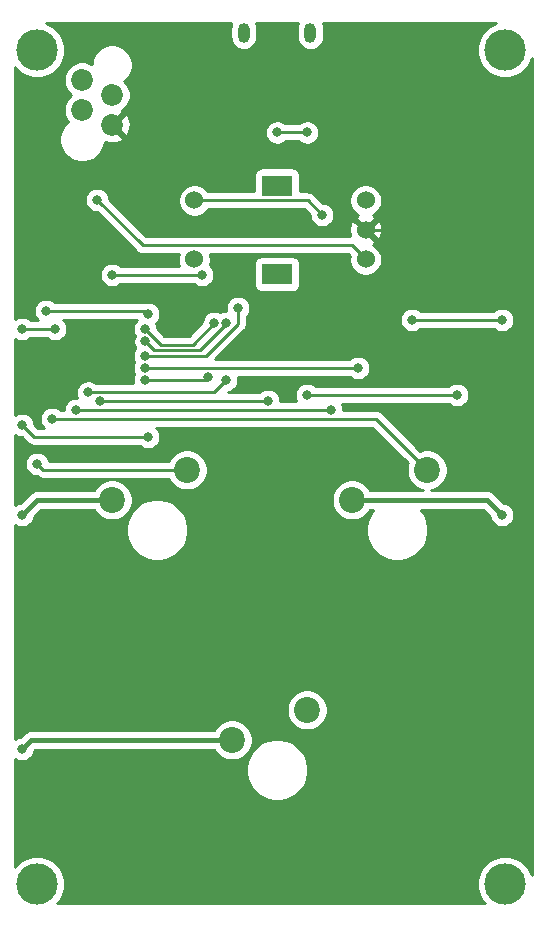
<source format=gbr>
%TF.GenerationSoftware,KiCad,Pcbnew,5.1.8-db9833491~88~ubuntu20.10.1*%
%TF.CreationDate,2020-11-26T22:30:36-06:00*%
%TF.ProjectId,micropad,6d696372-6f70-4616-942e-6b696361645f,rev?*%
%TF.SameCoordinates,Original*%
%TF.FileFunction,Copper,L2,Bot*%
%TF.FilePolarity,Positive*%
%FSLAX46Y46*%
G04 Gerber Fmt 4.6, Leading zero omitted, Abs format (unit mm)*
G04 Created by KiCad (PCBNEW 5.1.8-db9833491~88~ubuntu20.10.1) date 2020-11-26 22:30:36*
%MOMM*%
%LPD*%
G01*
G04 APERTURE LIST*
%TA.AperFunction,ComponentPad*%
%ADD10C,1.850000*%
%TD*%
%TA.AperFunction,ComponentPad*%
%ADD11C,3.500000*%
%TD*%
%TA.AperFunction,ComponentPad*%
%ADD12O,1.000000X1.700000*%
%TD*%
%TA.AperFunction,ComponentPad*%
%ADD13C,1.524000*%
%TD*%
%TA.AperFunction,WasherPad*%
%ADD14R,2.600000X1.800000*%
%TD*%
%TA.AperFunction,ComponentPad*%
%ADD15C,2.200000*%
%TD*%
%TA.AperFunction,ViaPad*%
%ADD16C,0.800000*%
%TD*%
%TA.AperFunction,Conductor*%
%ADD17C,0.400000*%
%TD*%
%TA.AperFunction,Conductor*%
%ADD18C,0.250000*%
%TD*%
%TA.AperFunction,Conductor*%
%ADD19C,0.254000*%
%TD*%
%TA.AperFunction,Conductor*%
%ADD20C,0.100000*%
%TD*%
G04 APERTURE END LIST*
D10*
%TO.P,J1,4*%
%TO.N,GND*%
X39370000Y-31750000D03*
%TO.P,J1,3*%
%TO.N,/SWCLK*%
X36830000Y-30480000D03*
%TO.P,J1,2*%
%TO.N,/SWDIO*%
X39370000Y-29210000D03*
%TO.P,J1,1*%
%TO.N,+3V3*%
X36830000Y-27940000D03*
%TD*%
D11*
%TO.P,H4,1*%
%TO.N,N/C*%
X72644000Y-96012000D03*
%TD*%
%TO.P,H3,1*%
%TO.N,N/C*%
X72644000Y-25400000D03*
%TD*%
%TO.P,H2,1*%
%TO.N,N/C*%
X33020000Y-96012000D03*
%TD*%
%TO.P,H1,1*%
%TO.N,N/C*%
X33020000Y-25400000D03*
%TD*%
D12*
%TO.P,J3,0*%
%TO.N,N/C*%
X56165000Y-23942000D03*
X50515000Y-23942000D03*
%TD*%
D13*
%TO.P,S1,1*%
%TO.N,Net-(R4-Pad1)*%
X60840000Y-43140000D03*
%TO.P,S1,2*%
%TO.N,GND*%
X60840000Y-40640000D03*
%TO.P,S1,3*%
%TO.N,Net-(R6-Pad2)*%
X60840000Y-38140000D03*
%TO.P,S1,4*%
%TO.N,GND*%
X46340000Y-43140000D03*
%TO.P,S1,5*%
%TO.N,/ENC_BTN*%
X46340000Y-38140000D03*
D14*
%TO.P,S1,*%
%TO.N,*%
X53340000Y-44390000D03*
X53340000Y-36890000D03*
%TD*%
D15*
%TO.P,SW1,2*%
%TO.N,+3V3*%
X49530000Y-83820000D03*
%TO.P,SW1,1*%
%TO.N,/BOOT*%
X55880000Y-81280000D03*
%TD*%
%TO.P,SW2,1*%
%TO.N,Net-(SW2-Pad1)*%
X45720000Y-60960000D03*
%TO.P,SW2,2*%
%TO.N,+3V3*%
X39370000Y-63500000D03*
%TD*%
%TO.P,SW3,2*%
%TO.N,+3V3*%
X59690000Y-63500000D03*
%TO.P,SW3,1*%
%TO.N,Net-(SW3-Pad1)*%
X66040000Y-60960000D03*
%TD*%
D16*
%TO.N,+3V3*%
X72390000Y-64770000D03*
X31750000Y-64770000D03*
X31750000Y-84582000D03*
X31750000Y-57150000D03*
X42418000Y-58166000D03*
X34544000Y-49022000D03*
X31750000Y-49022000D03*
X72390000Y-48260000D03*
X64770000Y-48260000D03*
%TO.N,GND*%
X37211000Y-49911000D03*
X38989000Y-49911000D03*
X38989000Y-51689000D03*
X37211000Y-51689000D03*
X38100000Y-44450000D03*
X50800000Y-53975000D03*
X46355000Y-57785000D03*
X60325000Y-33020000D03*
X43180000Y-33655000D03*
X45720000Y-46445000D03*
X39370000Y-35560000D03*
X63500000Y-40640000D03*
X66040000Y-50800000D03*
X33020000Y-51308000D03*
X33528000Y-46228000D03*
X56388000Y-28448000D03*
X50292000Y-28448000D03*
%TO.N,/ENC_A*%
X42164000Y-53340000D03*
X47498000Y-53086000D03*
X46990000Y-44450000D03*
X39370000Y-44450000D03*
%TO.N,/ENC_B*%
X42164000Y-52324000D03*
X60198000Y-52324000D03*
%TO.N,/LED_USR*%
X42164000Y-51308000D03*
X50038000Y-47244000D03*
X53340000Y-32385000D03*
X55880000Y-32385000D03*
%TO.N,+5V*%
X55880000Y-54610000D03*
X68580000Y-54610000D03*
%TO.N,/USB_DM*%
X49022000Y-48514000D03*
X42194206Y-50077512D03*
%TO.N,/USB_DP*%
X48021997Y-48514000D03*
X42164000Y-49022000D03*
%TO.N,/BOOT*%
X33782000Y-47498000D03*
X42418000Y-47752000D03*
%TO.N,Net-(R4-Pad1)*%
X38100000Y-38100000D03*
%TO.N,/ENC_BTN*%
X36322000Y-55880000D03*
X57912000Y-55880000D03*
X57150000Y-39370000D03*
%TO.N,Net-(SW2-Pad1)*%
X33020000Y-60452000D03*
%TO.N,Net-(SW3-Pad1)*%
X34290000Y-56642000D03*
%TO.N,/APA_MOSI*%
X38354000Y-55118000D03*
X52578000Y-55118000D03*
%TO.N,/APA_SCK*%
X49022000Y-53340000D03*
X37338000Y-54393000D03*
%TD*%
D17*
%TO.N,+3V3*%
X71120000Y-63500000D02*
X72390000Y-64770000D01*
X59690000Y-63500000D02*
X71120000Y-63500000D01*
X33020000Y-63500000D02*
X31750000Y-64770000D01*
X39370000Y-63500000D02*
X33020000Y-63500000D01*
X32512000Y-83820000D02*
X31750000Y-84582000D01*
X49530000Y-83820000D02*
X32512000Y-83820000D01*
D18*
X41148000Y-58166000D02*
X32766000Y-58166000D01*
X32766000Y-58166000D02*
X31750000Y-57150000D01*
X42418000Y-58166000D02*
X41148000Y-58166000D01*
X34544000Y-49022000D02*
X31750000Y-49022000D01*
X72390000Y-48260000D02*
X64770000Y-48260000D01*
%TO.N,GND*%
X63500000Y-40640000D02*
X60840000Y-40640000D01*
D17*
X33401000Y-51689000D02*
X33020000Y-51308000D01*
X37211000Y-51689000D02*
X33401000Y-51689000D01*
D18*
%TO.N,/ENC_A*%
X47244000Y-53340000D02*
X47498000Y-53086000D01*
X42164000Y-53340000D02*
X47244000Y-53340000D01*
X39370000Y-44450000D02*
X46990000Y-44450000D01*
%TO.N,/ENC_B*%
X42164000Y-52324000D02*
X60198000Y-52324000D01*
%TO.N,/LED_USR*%
X50038000Y-48571002D02*
X50038000Y-47244000D01*
X47301002Y-51308000D02*
X50038000Y-48571002D01*
X42164000Y-51308000D02*
X47301002Y-51308000D01*
X53340000Y-32385000D02*
X55880000Y-32385000D01*
%TO.N,+5V*%
X55880000Y-54610000D02*
X68580000Y-54610000D01*
%TO.N,/USB_DM*%
X49022000Y-48586999D02*
X49022000Y-48514000D01*
X46808999Y-50800000D02*
X49022000Y-48586999D01*
X42916694Y-50800000D02*
X46808999Y-50800000D01*
X42194206Y-50077512D02*
X42916694Y-50800000D01*
%TO.N,/USB_DP*%
X46186007Y-50349990D02*
X43491990Y-50349990D01*
X42926000Y-49784000D02*
X42164000Y-49022000D01*
X43491990Y-50349990D02*
X42926000Y-49784000D01*
X48021997Y-48514000D02*
X46186007Y-50349990D01*
%TO.N,/BOOT*%
X42164000Y-47498000D02*
X42418000Y-47752000D01*
X33782000Y-47498000D02*
X42164000Y-47498000D01*
%TO.N,Net-(R4-Pad1)*%
X59646999Y-41946999D02*
X60840000Y-43140000D01*
X41946999Y-41946999D02*
X59646999Y-41946999D01*
X38100000Y-38100000D02*
X41946999Y-41946999D01*
%TO.N,/ENC_BTN*%
X36322000Y-55880000D02*
X57912000Y-55880000D01*
X55920000Y-38140000D02*
X57150000Y-39370000D01*
X46340000Y-38140000D02*
X55920000Y-38140000D01*
%TO.N,Net-(SW2-Pad1)*%
X33528000Y-60960000D02*
X33020000Y-60452000D01*
X45720000Y-60960000D02*
X33528000Y-60960000D01*
%TO.N,Net-(SW3-Pad1)*%
X61722000Y-56642000D02*
X66040000Y-60960000D01*
X34290000Y-56642000D02*
X61722000Y-56642000D01*
%TO.N,/APA_MOSI*%
X38354000Y-55118000D02*
X52578000Y-55118000D01*
%TO.N,/APA_SCK*%
X47969000Y-54393000D02*
X37338000Y-54393000D01*
X49022000Y-53340000D02*
X47969000Y-54393000D01*
%TD*%
D19*
%TO.N,GND*%
X49461324Y-23155553D02*
X49396423Y-23369501D01*
X49380000Y-23536248D01*
X49380000Y-24347751D01*
X49396423Y-24514498D01*
X49461324Y-24728446D01*
X49566716Y-24925623D01*
X49708551Y-25098449D01*
X49881377Y-25240284D01*
X50078553Y-25345676D01*
X50292501Y-25410577D01*
X50515000Y-25432491D01*
X50737498Y-25410577D01*
X50951446Y-25345676D01*
X51148623Y-25240284D01*
X51321449Y-25098449D01*
X51463284Y-24925623D01*
X51568676Y-24728447D01*
X51633577Y-24514499D01*
X51650000Y-24347752D01*
X51650000Y-23536249D01*
X51633577Y-23369502D01*
X51568676Y-23155553D01*
X51555606Y-23131100D01*
X55124394Y-23131100D01*
X55111324Y-23155553D01*
X55046423Y-23369501D01*
X55030000Y-23536248D01*
X55030000Y-24347751D01*
X55046423Y-24514498D01*
X55111324Y-24728446D01*
X55216716Y-24925623D01*
X55358551Y-25098449D01*
X55531377Y-25240284D01*
X55728553Y-25345676D01*
X55942501Y-25410577D01*
X56165000Y-25432491D01*
X56387498Y-25410577D01*
X56601446Y-25345676D01*
X56798623Y-25240284D01*
X56971449Y-25098449D01*
X57113284Y-24925623D01*
X57218676Y-24728447D01*
X57283577Y-24514499D01*
X57300000Y-24347752D01*
X57300000Y-23536249D01*
X57283577Y-23369502D01*
X57218676Y-23155553D01*
X57205606Y-23131100D01*
X71889303Y-23131100D01*
X71514279Y-23286440D01*
X71123651Y-23547450D01*
X70791450Y-23879651D01*
X70530440Y-24270279D01*
X70350654Y-24704321D01*
X70259000Y-25165098D01*
X70259000Y-25634902D01*
X70350654Y-26095679D01*
X70530440Y-26529721D01*
X70791450Y-26920349D01*
X71123651Y-27252550D01*
X71514279Y-27513560D01*
X71948321Y-27693346D01*
X72409098Y-27785000D01*
X72878902Y-27785000D01*
X73339679Y-27693346D01*
X73773721Y-27513560D01*
X74164349Y-27252550D01*
X74496550Y-26920349D01*
X74757560Y-26529721D01*
X74929301Y-26115101D01*
X74929300Y-95296896D01*
X74757560Y-94882279D01*
X74496550Y-94491651D01*
X74164349Y-94159450D01*
X73773721Y-93898440D01*
X73339679Y-93718654D01*
X72878902Y-93627000D01*
X72409098Y-93627000D01*
X71948321Y-93718654D01*
X71514279Y-93898440D01*
X71123651Y-94159450D01*
X70791450Y-94491651D01*
X70530440Y-94882279D01*
X70350654Y-95316321D01*
X70259000Y-95777098D01*
X70259000Y-96246902D01*
X70350654Y-96707679D01*
X70530440Y-97141721D01*
X70791450Y-97532349D01*
X70922101Y-97663000D01*
X34741899Y-97663000D01*
X34872550Y-97532349D01*
X35133560Y-97141721D01*
X35313346Y-96707679D01*
X35405000Y-96246902D01*
X35405000Y-95777098D01*
X35313346Y-95316321D01*
X35133560Y-94882279D01*
X34872550Y-94491651D01*
X34540349Y-94159450D01*
X34149721Y-93898440D01*
X33715679Y-93718654D01*
X33254902Y-93627000D01*
X32785098Y-93627000D01*
X32324321Y-93718654D01*
X31890279Y-93898440D01*
X31499651Y-94159450D01*
X31167450Y-94491651D01*
X31109300Y-94578678D01*
X31109300Y-86100475D01*
X50705000Y-86100475D01*
X50705000Y-86619525D01*
X50806261Y-87128601D01*
X51004893Y-87608141D01*
X51293262Y-88039715D01*
X51660285Y-88406738D01*
X52091859Y-88695107D01*
X52571399Y-88893739D01*
X53080475Y-88995000D01*
X53599525Y-88995000D01*
X54108601Y-88893739D01*
X54588141Y-88695107D01*
X55019715Y-88406738D01*
X55386738Y-88039715D01*
X55675107Y-87608141D01*
X55873739Y-87128601D01*
X55975000Y-86619525D01*
X55975000Y-86100475D01*
X55873739Y-85591399D01*
X55675107Y-85111859D01*
X55386738Y-84680285D01*
X55019715Y-84313262D01*
X54588141Y-84024893D01*
X54108601Y-83826261D01*
X53599525Y-83725000D01*
X53080475Y-83725000D01*
X52571399Y-83826261D01*
X52091859Y-84024893D01*
X51660285Y-84313262D01*
X51293262Y-84680285D01*
X51004893Y-85111859D01*
X50806261Y-85591399D01*
X50705000Y-86100475D01*
X31109300Y-86100475D01*
X31109300Y-85398682D01*
X31259744Y-85499205D01*
X31448102Y-85577226D01*
X31648061Y-85617000D01*
X31851939Y-85617000D01*
X32051898Y-85577226D01*
X32240256Y-85499205D01*
X32409774Y-85385937D01*
X32553937Y-85241774D01*
X32667205Y-85072256D01*
X32745226Y-84883898D01*
X32774092Y-84738776D01*
X32857868Y-84655000D01*
X48001262Y-84655000D01*
X48182337Y-84925998D01*
X48424002Y-85167663D01*
X48708169Y-85357537D01*
X49023919Y-85488325D01*
X49359117Y-85555000D01*
X49700883Y-85555000D01*
X50036081Y-85488325D01*
X50351831Y-85357537D01*
X50635998Y-85167663D01*
X50877663Y-84925998D01*
X51067537Y-84641831D01*
X51198325Y-84326081D01*
X51265000Y-83990883D01*
X51265000Y-83649117D01*
X51198325Y-83313919D01*
X51067537Y-82998169D01*
X50877663Y-82714002D01*
X50635998Y-82472337D01*
X50351831Y-82282463D01*
X50036081Y-82151675D01*
X49700883Y-82085000D01*
X49359117Y-82085000D01*
X49023919Y-82151675D01*
X48708169Y-82282463D01*
X48424002Y-82472337D01*
X48182337Y-82714002D01*
X48001262Y-82985000D01*
X32553018Y-82985000D01*
X32512000Y-82980960D01*
X32470982Y-82985000D01*
X32470981Y-82985000D01*
X32348311Y-82997082D01*
X32190913Y-83044828D01*
X32045854Y-83122364D01*
X31918709Y-83226709D01*
X31892563Y-83258569D01*
X31593224Y-83557908D01*
X31448102Y-83586774D01*
X31259744Y-83664795D01*
X31109300Y-83765318D01*
X31109300Y-81109117D01*
X54145000Y-81109117D01*
X54145000Y-81450883D01*
X54211675Y-81786081D01*
X54342463Y-82101831D01*
X54532337Y-82385998D01*
X54774002Y-82627663D01*
X55058169Y-82817537D01*
X55373919Y-82948325D01*
X55709117Y-83015000D01*
X56050883Y-83015000D01*
X56386081Y-82948325D01*
X56701831Y-82817537D01*
X56985998Y-82627663D01*
X57227663Y-82385998D01*
X57417537Y-82101831D01*
X57548325Y-81786081D01*
X57615000Y-81450883D01*
X57615000Y-81109117D01*
X57548325Y-80773919D01*
X57417537Y-80458169D01*
X57227663Y-80174002D01*
X56985998Y-79932337D01*
X56701831Y-79742463D01*
X56386081Y-79611675D01*
X56050883Y-79545000D01*
X55709117Y-79545000D01*
X55373919Y-79611675D01*
X55058169Y-79742463D01*
X54774002Y-79932337D01*
X54532337Y-80174002D01*
X54342463Y-80458169D01*
X54211675Y-80773919D01*
X54145000Y-81109117D01*
X31109300Y-81109117D01*
X31109300Y-65586682D01*
X31259744Y-65687205D01*
X31448102Y-65765226D01*
X31648061Y-65805000D01*
X31851939Y-65805000D01*
X31975235Y-65780475D01*
X40545000Y-65780475D01*
X40545000Y-66299525D01*
X40646261Y-66808601D01*
X40844893Y-67288141D01*
X41133262Y-67719715D01*
X41500285Y-68086738D01*
X41931859Y-68375107D01*
X42411399Y-68573739D01*
X42920475Y-68675000D01*
X43439525Y-68675000D01*
X43948601Y-68573739D01*
X44428141Y-68375107D01*
X44859715Y-68086738D01*
X45226738Y-67719715D01*
X45515107Y-67288141D01*
X45713739Y-66808601D01*
X45815000Y-66299525D01*
X45815000Y-65780475D01*
X45713739Y-65271399D01*
X45515107Y-64791859D01*
X45226738Y-64360285D01*
X44859715Y-63993262D01*
X44428141Y-63704893D01*
X43948601Y-63506261D01*
X43439525Y-63405000D01*
X42920475Y-63405000D01*
X42411399Y-63506261D01*
X41931859Y-63704893D01*
X41500285Y-63993262D01*
X41133262Y-64360285D01*
X40844893Y-64791859D01*
X40646261Y-65271399D01*
X40545000Y-65780475D01*
X31975235Y-65780475D01*
X32051898Y-65765226D01*
X32240256Y-65687205D01*
X32409774Y-65573937D01*
X32553937Y-65429774D01*
X32667205Y-65260256D01*
X32745226Y-65071898D01*
X32774093Y-64926775D01*
X33365868Y-64335000D01*
X37841262Y-64335000D01*
X38022337Y-64605998D01*
X38264002Y-64847663D01*
X38548169Y-65037537D01*
X38863919Y-65168325D01*
X39199117Y-65235000D01*
X39540883Y-65235000D01*
X39876081Y-65168325D01*
X40191831Y-65037537D01*
X40475998Y-64847663D01*
X40717663Y-64605998D01*
X40907537Y-64321831D01*
X41038325Y-64006081D01*
X41105000Y-63670883D01*
X41105000Y-63329117D01*
X41038325Y-62993919D01*
X40907537Y-62678169D01*
X40717663Y-62394002D01*
X40475998Y-62152337D01*
X40191831Y-61962463D01*
X39876081Y-61831675D01*
X39540883Y-61765000D01*
X39199117Y-61765000D01*
X38863919Y-61831675D01*
X38548169Y-61962463D01*
X38264002Y-62152337D01*
X38022337Y-62394002D01*
X37841262Y-62665000D01*
X33061015Y-62665000D01*
X33019999Y-62660960D01*
X32978983Y-62665000D01*
X32978981Y-62665000D01*
X32856311Y-62677082D01*
X32698913Y-62724828D01*
X32553854Y-62802364D01*
X32426709Y-62906709D01*
X32400558Y-62938574D01*
X31593225Y-63745907D01*
X31448102Y-63774774D01*
X31259744Y-63852795D01*
X31109300Y-63953318D01*
X31109300Y-60350061D01*
X31985000Y-60350061D01*
X31985000Y-60553939D01*
X32024774Y-60753898D01*
X32102795Y-60942256D01*
X32216063Y-61111774D01*
X32360226Y-61255937D01*
X32529744Y-61369205D01*
X32718102Y-61447226D01*
X32918061Y-61487000D01*
X32977329Y-61487000D01*
X32987999Y-61500001D01*
X33103724Y-61594974D01*
X33235753Y-61665546D01*
X33379014Y-61709003D01*
X33490667Y-61720000D01*
X33490676Y-61720000D01*
X33527999Y-61723676D01*
X33565322Y-61720000D01*
X44156852Y-61720000D01*
X44182463Y-61781831D01*
X44372337Y-62065998D01*
X44614002Y-62307663D01*
X44898169Y-62497537D01*
X45213919Y-62628325D01*
X45549117Y-62695000D01*
X45890883Y-62695000D01*
X46226081Y-62628325D01*
X46541831Y-62497537D01*
X46825998Y-62307663D01*
X47067663Y-62065998D01*
X47257537Y-61781831D01*
X47388325Y-61466081D01*
X47455000Y-61130883D01*
X47455000Y-60789117D01*
X47388325Y-60453919D01*
X47257537Y-60138169D01*
X47067663Y-59854002D01*
X46825998Y-59612337D01*
X46541831Y-59422463D01*
X46226081Y-59291675D01*
X45890883Y-59225000D01*
X45549117Y-59225000D01*
X45213919Y-59291675D01*
X44898169Y-59422463D01*
X44614002Y-59612337D01*
X44372337Y-59854002D01*
X44182463Y-60138169D01*
X44156852Y-60200000D01*
X34025151Y-60200000D01*
X34015226Y-60150102D01*
X33937205Y-59961744D01*
X33823937Y-59792226D01*
X33679774Y-59648063D01*
X33510256Y-59534795D01*
X33321898Y-59456774D01*
X33121939Y-59417000D01*
X32918061Y-59417000D01*
X32718102Y-59456774D01*
X32529744Y-59534795D01*
X32360226Y-59648063D01*
X32216063Y-59792226D01*
X32102795Y-59961744D01*
X32024774Y-60150102D01*
X31985000Y-60350061D01*
X31109300Y-60350061D01*
X31109300Y-57966682D01*
X31259744Y-58067205D01*
X31448102Y-58145226D01*
X31648061Y-58185000D01*
X31710199Y-58185000D01*
X32202201Y-58677003D01*
X32225999Y-58706001D01*
X32254997Y-58729799D01*
X32341723Y-58800974D01*
X32473753Y-58871546D01*
X32617014Y-58915003D01*
X32728667Y-58926000D01*
X32728677Y-58926000D01*
X32766000Y-58929676D01*
X32803322Y-58926000D01*
X41714289Y-58926000D01*
X41758226Y-58969937D01*
X41927744Y-59083205D01*
X42116102Y-59161226D01*
X42316061Y-59201000D01*
X42519939Y-59201000D01*
X42719898Y-59161226D01*
X42908256Y-59083205D01*
X43077774Y-58969937D01*
X43221937Y-58825774D01*
X43335205Y-58656256D01*
X43413226Y-58467898D01*
X43453000Y-58267939D01*
X43453000Y-58064061D01*
X43413226Y-57864102D01*
X43335205Y-57675744D01*
X43221937Y-57506226D01*
X43117711Y-57402000D01*
X61407199Y-57402000D01*
X64397286Y-60392088D01*
X64371675Y-60453919D01*
X64305000Y-60789117D01*
X64305000Y-61130883D01*
X64371675Y-61466081D01*
X64502463Y-61781831D01*
X64692337Y-62065998D01*
X64934002Y-62307663D01*
X65218169Y-62497537D01*
X65533919Y-62628325D01*
X65718297Y-62665000D01*
X61218738Y-62665000D01*
X61037663Y-62394002D01*
X60795998Y-62152337D01*
X60511831Y-61962463D01*
X60196081Y-61831675D01*
X59860883Y-61765000D01*
X59519117Y-61765000D01*
X59183919Y-61831675D01*
X58868169Y-61962463D01*
X58584002Y-62152337D01*
X58342337Y-62394002D01*
X58152463Y-62678169D01*
X58021675Y-62993919D01*
X57955000Y-63329117D01*
X57955000Y-63670883D01*
X58021675Y-64006081D01*
X58152463Y-64321831D01*
X58342337Y-64605998D01*
X58584002Y-64847663D01*
X58868169Y-65037537D01*
X59183919Y-65168325D01*
X59519117Y-65235000D01*
X59860883Y-65235000D01*
X60196081Y-65168325D01*
X60511831Y-65037537D01*
X60795998Y-64847663D01*
X61037663Y-64605998D01*
X61218738Y-64335000D01*
X61478547Y-64335000D01*
X61453262Y-64360285D01*
X61164893Y-64791859D01*
X60966261Y-65271399D01*
X60865000Y-65780475D01*
X60865000Y-66299525D01*
X60966261Y-66808601D01*
X61164893Y-67288141D01*
X61453262Y-67719715D01*
X61820285Y-68086738D01*
X62251859Y-68375107D01*
X62731399Y-68573739D01*
X63240475Y-68675000D01*
X63759525Y-68675000D01*
X64268601Y-68573739D01*
X64748141Y-68375107D01*
X65179715Y-68086738D01*
X65546738Y-67719715D01*
X65835107Y-67288141D01*
X66033739Y-66808601D01*
X66135000Y-66299525D01*
X66135000Y-65780475D01*
X66033739Y-65271399D01*
X65835107Y-64791859D01*
X65546738Y-64360285D01*
X65521453Y-64335000D01*
X70774133Y-64335000D01*
X71365908Y-64926775D01*
X71394774Y-65071898D01*
X71472795Y-65260256D01*
X71586063Y-65429774D01*
X71730226Y-65573937D01*
X71899744Y-65687205D01*
X72088102Y-65765226D01*
X72288061Y-65805000D01*
X72491939Y-65805000D01*
X72691898Y-65765226D01*
X72880256Y-65687205D01*
X73049774Y-65573937D01*
X73193937Y-65429774D01*
X73307205Y-65260256D01*
X73385226Y-65071898D01*
X73425000Y-64871939D01*
X73425000Y-64668061D01*
X73385226Y-64468102D01*
X73307205Y-64279744D01*
X73193937Y-64110226D01*
X73049774Y-63966063D01*
X72880256Y-63852795D01*
X72691898Y-63774774D01*
X72546775Y-63745908D01*
X71739446Y-62938579D01*
X71713291Y-62906709D01*
X71586146Y-62802364D01*
X71441087Y-62724828D01*
X71283689Y-62677082D01*
X71161019Y-62665000D01*
X71161018Y-62665000D01*
X71120000Y-62660960D01*
X71078982Y-62665000D01*
X66361703Y-62665000D01*
X66546081Y-62628325D01*
X66861831Y-62497537D01*
X67145998Y-62307663D01*
X67387663Y-62065998D01*
X67577537Y-61781831D01*
X67708325Y-61466081D01*
X67775000Y-61130883D01*
X67775000Y-60789117D01*
X67708325Y-60453919D01*
X67577537Y-60138169D01*
X67387663Y-59854002D01*
X67145998Y-59612337D01*
X66861831Y-59422463D01*
X66546081Y-59291675D01*
X66210883Y-59225000D01*
X65869117Y-59225000D01*
X65533919Y-59291675D01*
X65472088Y-59317286D01*
X62285804Y-56131003D01*
X62262001Y-56101999D01*
X62146276Y-56007026D01*
X62014247Y-55936454D01*
X61870986Y-55892997D01*
X61759333Y-55882000D01*
X61759322Y-55882000D01*
X61722000Y-55878324D01*
X61684678Y-55882000D01*
X58947000Y-55882000D01*
X58947000Y-55778061D01*
X58907226Y-55578102D01*
X58829205Y-55389744D01*
X58816013Y-55370000D01*
X67876289Y-55370000D01*
X67920226Y-55413937D01*
X68089744Y-55527205D01*
X68278102Y-55605226D01*
X68478061Y-55645000D01*
X68681939Y-55645000D01*
X68881898Y-55605226D01*
X69070256Y-55527205D01*
X69239774Y-55413937D01*
X69383937Y-55269774D01*
X69497205Y-55100256D01*
X69575226Y-54911898D01*
X69615000Y-54711939D01*
X69615000Y-54508061D01*
X69575226Y-54308102D01*
X69497205Y-54119744D01*
X69383937Y-53950226D01*
X69239774Y-53806063D01*
X69070256Y-53692795D01*
X68881898Y-53614774D01*
X68681939Y-53575000D01*
X68478061Y-53575000D01*
X68278102Y-53614774D01*
X68089744Y-53692795D01*
X67920226Y-53806063D01*
X67876289Y-53850000D01*
X56583711Y-53850000D01*
X56539774Y-53806063D01*
X56370256Y-53692795D01*
X56181898Y-53614774D01*
X55981939Y-53575000D01*
X55778061Y-53575000D01*
X55578102Y-53614774D01*
X55389744Y-53692795D01*
X55220226Y-53806063D01*
X55076063Y-53950226D01*
X54962795Y-54119744D01*
X54884774Y-54308102D01*
X54845000Y-54508061D01*
X54845000Y-54711939D01*
X54884774Y-54911898D01*
X54962795Y-55100256D01*
X54975987Y-55120000D01*
X53613000Y-55120000D01*
X53613000Y-55016061D01*
X53573226Y-54816102D01*
X53495205Y-54627744D01*
X53381937Y-54458226D01*
X53237774Y-54314063D01*
X53068256Y-54200795D01*
X52879898Y-54122774D01*
X52679939Y-54083000D01*
X52476061Y-54083000D01*
X52276102Y-54122774D01*
X52087744Y-54200795D01*
X51918226Y-54314063D01*
X51874289Y-54358000D01*
X49209404Y-54358000D01*
X49323898Y-54335226D01*
X49512256Y-54257205D01*
X49681774Y-54143937D01*
X49825937Y-53999774D01*
X49939205Y-53830256D01*
X50017226Y-53641898D01*
X50057000Y-53441939D01*
X50057000Y-53238061D01*
X50026356Y-53084000D01*
X59494289Y-53084000D01*
X59538226Y-53127937D01*
X59707744Y-53241205D01*
X59896102Y-53319226D01*
X60096061Y-53359000D01*
X60299939Y-53359000D01*
X60499898Y-53319226D01*
X60688256Y-53241205D01*
X60857774Y-53127937D01*
X61001937Y-52983774D01*
X61115205Y-52814256D01*
X61193226Y-52625898D01*
X61233000Y-52425939D01*
X61233000Y-52222061D01*
X61193226Y-52022102D01*
X61115205Y-51833744D01*
X61001937Y-51664226D01*
X60857774Y-51520063D01*
X60688256Y-51406795D01*
X60499898Y-51328774D01*
X60299939Y-51289000D01*
X60096061Y-51289000D01*
X59896102Y-51328774D01*
X59707744Y-51406795D01*
X59538226Y-51520063D01*
X59494289Y-51564000D01*
X48119803Y-51564000D01*
X50549004Y-49134800D01*
X50578001Y-49111003D01*
X50672974Y-48995278D01*
X50743546Y-48863249D01*
X50787003Y-48719988D01*
X50798000Y-48608335D01*
X50798000Y-48608327D01*
X50801676Y-48571002D01*
X50798000Y-48533677D01*
X50798000Y-48158061D01*
X63735000Y-48158061D01*
X63735000Y-48361939D01*
X63774774Y-48561898D01*
X63852795Y-48750256D01*
X63966063Y-48919774D01*
X64110226Y-49063937D01*
X64279744Y-49177205D01*
X64468102Y-49255226D01*
X64668061Y-49295000D01*
X64871939Y-49295000D01*
X65071898Y-49255226D01*
X65260256Y-49177205D01*
X65429774Y-49063937D01*
X65473711Y-49020000D01*
X71686289Y-49020000D01*
X71730226Y-49063937D01*
X71899744Y-49177205D01*
X72088102Y-49255226D01*
X72288061Y-49295000D01*
X72491939Y-49295000D01*
X72691898Y-49255226D01*
X72880256Y-49177205D01*
X73049774Y-49063937D01*
X73193937Y-48919774D01*
X73307205Y-48750256D01*
X73385226Y-48561898D01*
X73425000Y-48361939D01*
X73425000Y-48158061D01*
X73385226Y-47958102D01*
X73307205Y-47769744D01*
X73193937Y-47600226D01*
X73049774Y-47456063D01*
X72880256Y-47342795D01*
X72691898Y-47264774D01*
X72491939Y-47225000D01*
X72288061Y-47225000D01*
X72088102Y-47264774D01*
X71899744Y-47342795D01*
X71730226Y-47456063D01*
X71686289Y-47500000D01*
X65473711Y-47500000D01*
X65429774Y-47456063D01*
X65260256Y-47342795D01*
X65071898Y-47264774D01*
X64871939Y-47225000D01*
X64668061Y-47225000D01*
X64468102Y-47264774D01*
X64279744Y-47342795D01*
X64110226Y-47456063D01*
X63966063Y-47600226D01*
X63852795Y-47769744D01*
X63774774Y-47958102D01*
X63735000Y-48158061D01*
X50798000Y-48158061D01*
X50798000Y-47947711D01*
X50841937Y-47903774D01*
X50955205Y-47734256D01*
X51033226Y-47545898D01*
X51073000Y-47345939D01*
X51073000Y-47142061D01*
X51033226Y-46942102D01*
X50955205Y-46753744D01*
X50841937Y-46584226D01*
X50697774Y-46440063D01*
X50528256Y-46326795D01*
X50339898Y-46248774D01*
X50139939Y-46209000D01*
X49936061Y-46209000D01*
X49736102Y-46248774D01*
X49547744Y-46326795D01*
X49378226Y-46440063D01*
X49234063Y-46584226D01*
X49120795Y-46753744D01*
X49042774Y-46942102D01*
X49003000Y-47142061D01*
X49003000Y-47345939D01*
X49029467Y-47479000D01*
X48920061Y-47479000D01*
X48720102Y-47518774D01*
X48531744Y-47596795D01*
X48521999Y-47603307D01*
X48512253Y-47596795D01*
X48323895Y-47518774D01*
X48123936Y-47479000D01*
X47920058Y-47479000D01*
X47720099Y-47518774D01*
X47531741Y-47596795D01*
X47362223Y-47710063D01*
X47218060Y-47854226D01*
X47104792Y-48023744D01*
X47026771Y-48212102D01*
X46986997Y-48412061D01*
X46986997Y-48474198D01*
X45871206Y-49589990D01*
X43806792Y-49589990D01*
X43489803Y-49273002D01*
X43489799Y-49272997D01*
X43199000Y-48982198D01*
X43199000Y-48920061D01*
X43159226Y-48720102D01*
X43087286Y-48546425D01*
X43221937Y-48411774D01*
X43335205Y-48242256D01*
X43413226Y-48053898D01*
X43453000Y-47853939D01*
X43453000Y-47650061D01*
X43413226Y-47450102D01*
X43335205Y-47261744D01*
X43221937Y-47092226D01*
X43077774Y-46948063D01*
X42908256Y-46834795D01*
X42719898Y-46756774D01*
X42519939Y-46717000D01*
X42316061Y-46717000D01*
X42207455Y-46738603D01*
X42201333Y-46738000D01*
X42201322Y-46738000D01*
X42164000Y-46734324D01*
X42126678Y-46738000D01*
X34485711Y-46738000D01*
X34441774Y-46694063D01*
X34272256Y-46580795D01*
X34083898Y-46502774D01*
X33883939Y-46463000D01*
X33680061Y-46463000D01*
X33480102Y-46502774D01*
X33291744Y-46580795D01*
X33122226Y-46694063D01*
X32978063Y-46838226D01*
X32864795Y-47007744D01*
X32786774Y-47196102D01*
X32747000Y-47396061D01*
X32747000Y-47599939D01*
X32786774Y-47799898D01*
X32864795Y-47988256D01*
X32978063Y-48157774D01*
X33082289Y-48262000D01*
X32453711Y-48262000D01*
X32409774Y-48218063D01*
X32240256Y-48104795D01*
X32051898Y-48026774D01*
X31851939Y-47987000D01*
X31648061Y-47987000D01*
X31448102Y-48026774D01*
X31259744Y-48104795D01*
X31109300Y-48205318D01*
X31109300Y-37998061D01*
X37065000Y-37998061D01*
X37065000Y-38201939D01*
X37104774Y-38401898D01*
X37182795Y-38590256D01*
X37296063Y-38759774D01*
X37440226Y-38903937D01*
X37609744Y-39017205D01*
X37798102Y-39095226D01*
X37998061Y-39135000D01*
X38060199Y-39135000D01*
X41383199Y-42458001D01*
X41406998Y-42487000D01*
X41522723Y-42581973D01*
X41654752Y-42652545D01*
X41798013Y-42696002D01*
X41909666Y-42706999D01*
X41909675Y-42706999D01*
X41946998Y-42710675D01*
X41984321Y-42706999D01*
X45008076Y-42706999D01*
X44950977Y-42937135D01*
X44938090Y-43212017D01*
X44979078Y-43484133D01*
X45053258Y-43690000D01*
X40073711Y-43690000D01*
X40029774Y-43646063D01*
X39860256Y-43532795D01*
X39671898Y-43454774D01*
X39471939Y-43415000D01*
X39268061Y-43415000D01*
X39068102Y-43454774D01*
X38879744Y-43532795D01*
X38710226Y-43646063D01*
X38566063Y-43790226D01*
X38452795Y-43959744D01*
X38374774Y-44148102D01*
X38335000Y-44348061D01*
X38335000Y-44551939D01*
X38374774Y-44751898D01*
X38452795Y-44940256D01*
X38566063Y-45109774D01*
X38710226Y-45253937D01*
X38879744Y-45367205D01*
X39068102Y-45445226D01*
X39268061Y-45485000D01*
X39471939Y-45485000D01*
X39671898Y-45445226D01*
X39860256Y-45367205D01*
X40029774Y-45253937D01*
X40073711Y-45210000D01*
X46286289Y-45210000D01*
X46330226Y-45253937D01*
X46499744Y-45367205D01*
X46688102Y-45445226D01*
X46888061Y-45485000D01*
X47091939Y-45485000D01*
X47291898Y-45445226D01*
X47480256Y-45367205D01*
X47649774Y-45253937D01*
X47793937Y-45109774D01*
X47907205Y-44940256D01*
X47985226Y-44751898D01*
X48025000Y-44551939D01*
X48025000Y-44348061D01*
X47985226Y-44148102D01*
X47907205Y-43959744D01*
X47793937Y-43790226D01*
X47649774Y-43646063D01*
X47646732Y-43644030D01*
X47662756Y-43609952D01*
X47692517Y-43490000D01*
X51401928Y-43490000D01*
X51401928Y-45290000D01*
X51414188Y-45414482D01*
X51450498Y-45534180D01*
X51509463Y-45644494D01*
X51588815Y-45741185D01*
X51685506Y-45820537D01*
X51795820Y-45879502D01*
X51915518Y-45915812D01*
X52040000Y-45928072D01*
X54640000Y-45928072D01*
X54764482Y-45915812D01*
X54884180Y-45879502D01*
X54994494Y-45820537D01*
X55091185Y-45741185D01*
X55170537Y-45644494D01*
X55229502Y-45534180D01*
X55265812Y-45414482D01*
X55278072Y-45290000D01*
X55278072Y-43490000D01*
X55265812Y-43365518D01*
X55229502Y-43245820D01*
X55170537Y-43135506D01*
X55091185Y-43038815D01*
X54994494Y-42959463D01*
X54884180Y-42900498D01*
X54764482Y-42864188D01*
X54640000Y-42851928D01*
X52040000Y-42851928D01*
X51915518Y-42864188D01*
X51795820Y-42900498D01*
X51685506Y-42959463D01*
X51588815Y-43038815D01*
X51509463Y-43135506D01*
X51450498Y-43245820D01*
X51414188Y-43365518D01*
X51401928Y-43490000D01*
X47692517Y-43490000D01*
X47729023Y-43342865D01*
X47741910Y-43067983D01*
X47700922Y-42795867D01*
X47668900Y-42706999D01*
X59332198Y-42706999D01*
X59473628Y-42848430D01*
X59443000Y-43002408D01*
X59443000Y-43277592D01*
X59496686Y-43547490D01*
X59601995Y-43801727D01*
X59754880Y-44030535D01*
X59949465Y-44225120D01*
X60178273Y-44378005D01*
X60432510Y-44483314D01*
X60702408Y-44537000D01*
X60977592Y-44537000D01*
X61247490Y-44483314D01*
X61501727Y-44378005D01*
X61730535Y-44225120D01*
X61925120Y-44030535D01*
X62078005Y-43801727D01*
X62183314Y-43547490D01*
X62237000Y-43277592D01*
X62237000Y-43002408D01*
X62183314Y-42732510D01*
X62078005Y-42478273D01*
X61925120Y-42249465D01*
X61730535Y-42054880D01*
X61501727Y-41901995D01*
X61474599Y-41890758D01*
X61558980Y-41845656D01*
X61625960Y-41605565D01*
X60840000Y-40819605D01*
X60825858Y-40833748D01*
X60646253Y-40654143D01*
X60660395Y-40640000D01*
X61019605Y-40640000D01*
X61805565Y-41425960D01*
X62045656Y-41358980D01*
X62162756Y-41109952D01*
X62229023Y-40842865D01*
X62241910Y-40567983D01*
X62200922Y-40295867D01*
X62107636Y-40036977D01*
X62045656Y-39921020D01*
X61805565Y-39854040D01*
X61019605Y-40640000D01*
X60660395Y-40640000D01*
X59874435Y-39854040D01*
X59634344Y-39921020D01*
X59517244Y-40170048D01*
X59450977Y-40437135D01*
X59438090Y-40712017D01*
X59479078Y-40984133D01*
X59552177Y-41186999D01*
X42261801Y-41186999D01*
X39135000Y-38060199D01*
X39135000Y-38002408D01*
X44943000Y-38002408D01*
X44943000Y-38277592D01*
X44996686Y-38547490D01*
X45101995Y-38801727D01*
X45254880Y-39030535D01*
X45449465Y-39225120D01*
X45678273Y-39378005D01*
X45932510Y-39483314D01*
X46202408Y-39537000D01*
X46477592Y-39537000D01*
X46747490Y-39483314D01*
X47001727Y-39378005D01*
X47230535Y-39225120D01*
X47425120Y-39030535D01*
X47512341Y-38900000D01*
X55605199Y-38900000D01*
X56115000Y-39409802D01*
X56115000Y-39471939D01*
X56154774Y-39671898D01*
X56232795Y-39860256D01*
X56346063Y-40029774D01*
X56490226Y-40173937D01*
X56659744Y-40287205D01*
X56848102Y-40365226D01*
X57048061Y-40405000D01*
X57251939Y-40405000D01*
X57451898Y-40365226D01*
X57640256Y-40287205D01*
X57809774Y-40173937D01*
X57953937Y-40029774D01*
X58067205Y-39860256D01*
X58145226Y-39671898D01*
X58185000Y-39471939D01*
X58185000Y-39268061D01*
X58145226Y-39068102D01*
X58067205Y-38879744D01*
X57953937Y-38710226D01*
X57809774Y-38566063D01*
X57640256Y-38452795D01*
X57451898Y-38374774D01*
X57251939Y-38335000D01*
X57189802Y-38335000D01*
X56857210Y-38002408D01*
X59443000Y-38002408D01*
X59443000Y-38277592D01*
X59496686Y-38547490D01*
X59601995Y-38801727D01*
X59754880Y-39030535D01*
X59949465Y-39225120D01*
X60178273Y-39378005D01*
X60205401Y-39389242D01*
X60121020Y-39434344D01*
X60054040Y-39674435D01*
X60840000Y-40460395D01*
X61625960Y-39674435D01*
X61558980Y-39434344D01*
X61468467Y-39391782D01*
X61501727Y-39378005D01*
X61730535Y-39225120D01*
X61925120Y-39030535D01*
X62078005Y-38801727D01*
X62183314Y-38547490D01*
X62237000Y-38277592D01*
X62237000Y-38002408D01*
X62183314Y-37732510D01*
X62078005Y-37478273D01*
X61925120Y-37249465D01*
X61730535Y-37054880D01*
X61501727Y-36901995D01*
X61247490Y-36796686D01*
X60977592Y-36743000D01*
X60702408Y-36743000D01*
X60432510Y-36796686D01*
X60178273Y-36901995D01*
X59949465Y-37054880D01*
X59754880Y-37249465D01*
X59601995Y-37478273D01*
X59496686Y-37732510D01*
X59443000Y-38002408D01*
X56857210Y-38002408D01*
X56483804Y-37629003D01*
X56460001Y-37599999D01*
X56344276Y-37505026D01*
X56212247Y-37434454D01*
X56068986Y-37390997D01*
X55957333Y-37380000D01*
X55957322Y-37380000D01*
X55920000Y-37376324D01*
X55882678Y-37380000D01*
X55278072Y-37380000D01*
X55278072Y-35990000D01*
X55265812Y-35865518D01*
X55229502Y-35745820D01*
X55170537Y-35635506D01*
X55091185Y-35538815D01*
X54994494Y-35459463D01*
X54884180Y-35400498D01*
X54764482Y-35364188D01*
X54640000Y-35351928D01*
X52040000Y-35351928D01*
X51915518Y-35364188D01*
X51795820Y-35400498D01*
X51685506Y-35459463D01*
X51588815Y-35538815D01*
X51509463Y-35635506D01*
X51450498Y-35745820D01*
X51414188Y-35865518D01*
X51401928Y-35990000D01*
X51401928Y-37380000D01*
X47512341Y-37380000D01*
X47425120Y-37249465D01*
X47230535Y-37054880D01*
X47001727Y-36901995D01*
X46747490Y-36796686D01*
X46477592Y-36743000D01*
X46202408Y-36743000D01*
X45932510Y-36796686D01*
X45678273Y-36901995D01*
X45449465Y-37054880D01*
X45254880Y-37249465D01*
X45101995Y-37478273D01*
X44996686Y-37732510D01*
X44943000Y-38002408D01*
X39135000Y-38002408D01*
X39135000Y-37998061D01*
X39095226Y-37798102D01*
X39017205Y-37609744D01*
X38903937Y-37440226D01*
X38759774Y-37296063D01*
X38590256Y-37182795D01*
X38401898Y-37104774D01*
X38201939Y-37065000D01*
X37998061Y-37065000D01*
X37798102Y-37104774D01*
X37609744Y-37182795D01*
X37440226Y-37296063D01*
X37296063Y-37440226D01*
X37182795Y-37609744D01*
X37104774Y-37798102D01*
X37065000Y-37998061D01*
X31109300Y-37998061D01*
X31109300Y-32789419D01*
X34895000Y-32789419D01*
X34895000Y-33170581D01*
X34969361Y-33544419D01*
X35115225Y-33896566D01*
X35326987Y-34213491D01*
X35596509Y-34483013D01*
X35913434Y-34694775D01*
X36265581Y-34840639D01*
X36639419Y-34915000D01*
X37020581Y-34915000D01*
X37394419Y-34840639D01*
X37746566Y-34694775D01*
X38063491Y-34483013D01*
X38333013Y-34213491D01*
X38544775Y-33896566D01*
X38690639Y-33544419D01*
X38761450Y-33188427D01*
X38831223Y-33222048D01*
X39128757Y-33298873D01*
X39435562Y-33316176D01*
X39739848Y-33273292D01*
X40029921Y-33171868D01*
X40185607Y-33088653D01*
X40272312Y-32831917D01*
X39370000Y-31929605D01*
X39355858Y-31943748D01*
X39176253Y-31764143D01*
X39190395Y-31750000D01*
X39549605Y-31750000D01*
X40451917Y-32652312D01*
X40708653Y-32565607D01*
X40842048Y-32288777D01*
X40843523Y-32283061D01*
X52305000Y-32283061D01*
X52305000Y-32486939D01*
X52344774Y-32686898D01*
X52422795Y-32875256D01*
X52536063Y-33044774D01*
X52680226Y-33188937D01*
X52849744Y-33302205D01*
X53038102Y-33380226D01*
X53238061Y-33420000D01*
X53441939Y-33420000D01*
X53641898Y-33380226D01*
X53830256Y-33302205D01*
X53999774Y-33188937D01*
X54043711Y-33145000D01*
X55176289Y-33145000D01*
X55220226Y-33188937D01*
X55389744Y-33302205D01*
X55578102Y-33380226D01*
X55778061Y-33420000D01*
X55981939Y-33420000D01*
X56181898Y-33380226D01*
X56370256Y-33302205D01*
X56539774Y-33188937D01*
X56683937Y-33044774D01*
X56797205Y-32875256D01*
X56875226Y-32686898D01*
X56915000Y-32486939D01*
X56915000Y-32283061D01*
X56875226Y-32083102D01*
X56797205Y-31894744D01*
X56683937Y-31725226D01*
X56539774Y-31581063D01*
X56370256Y-31467795D01*
X56181898Y-31389774D01*
X55981939Y-31350000D01*
X55778061Y-31350000D01*
X55578102Y-31389774D01*
X55389744Y-31467795D01*
X55220226Y-31581063D01*
X55176289Y-31625000D01*
X54043711Y-31625000D01*
X53999774Y-31581063D01*
X53830256Y-31467795D01*
X53641898Y-31389774D01*
X53441939Y-31350000D01*
X53238061Y-31350000D01*
X53038102Y-31389774D01*
X52849744Y-31467795D01*
X52680226Y-31581063D01*
X52536063Y-31725226D01*
X52422795Y-31894744D01*
X52344774Y-32083102D01*
X52305000Y-32283061D01*
X40843523Y-32283061D01*
X40918873Y-31991243D01*
X40936176Y-31684438D01*
X40893292Y-31380152D01*
X40791868Y-31090079D01*
X40708653Y-30934393D01*
X40451917Y-30847688D01*
X39549605Y-31750000D01*
X39190395Y-31750000D01*
X39176253Y-31735858D01*
X39355858Y-31556253D01*
X39370000Y-31570395D01*
X40272312Y-30668083D01*
X40221394Y-30517313D01*
X40364442Y-30421731D01*
X40581731Y-30204442D01*
X40752454Y-29948937D01*
X40870050Y-29665035D01*
X40930000Y-29363647D01*
X40930000Y-29056353D01*
X40870050Y-28754965D01*
X40752454Y-28471063D01*
X40581731Y-28215558D01*
X40420751Y-28054578D01*
X40475998Y-28017663D01*
X40717663Y-27775998D01*
X40907537Y-27491831D01*
X41038325Y-27176081D01*
X41105000Y-26840883D01*
X41105000Y-26499117D01*
X41038325Y-26163919D01*
X40907537Y-25848169D01*
X40717663Y-25564002D01*
X40475998Y-25322337D01*
X40191831Y-25132463D01*
X39876081Y-25001675D01*
X39540883Y-24935000D01*
X39199117Y-24935000D01*
X38863919Y-25001675D01*
X38548169Y-25132463D01*
X38264002Y-25322337D01*
X38022337Y-25564002D01*
X37832463Y-25848169D01*
X37701675Y-26163919D01*
X37635000Y-26499117D01*
X37635000Y-26601688D01*
X37568937Y-26557546D01*
X37285035Y-26439950D01*
X36983647Y-26380000D01*
X36676353Y-26380000D01*
X36374965Y-26439950D01*
X36091063Y-26557546D01*
X35835558Y-26728269D01*
X35618269Y-26945558D01*
X35447546Y-27201063D01*
X35329950Y-27484965D01*
X35270000Y-27786353D01*
X35270000Y-28093647D01*
X35329950Y-28395035D01*
X35447546Y-28678937D01*
X35618269Y-28934442D01*
X35835558Y-29151731D01*
X35922764Y-29210000D01*
X35835558Y-29268269D01*
X35618269Y-29485558D01*
X35447546Y-29741063D01*
X35329950Y-30024965D01*
X35270000Y-30326353D01*
X35270000Y-30633647D01*
X35329950Y-30935035D01*
X35447546Y-31218937D01*
X35612728Y-31466150D01*
X35596509Y-31476987D01*
X35326987Y-31746509D01*
X35115225Y-32063434D01*
X34969361Y-32415581D01*
X34895000Y-32789419D01*
X31109300Y-32789419D01*
X31109300Y-26833322D01*
X31167450Y-26920349D01*
X31499651Y-27252550D01*
X31890279Y-27513560D01*
X32324321Y-27693346D01*
X32785098Y-27785000D01*
X33254902Y-27785000D01*
X33715679Y-27693346D01*
X34149721Y-27513560D01*
X34540349Y-27252550D01*
X34872550Y-26920349D01*
X35133560Y-26529721D01*
X35313346Y-26095679D01*
X35405000Y-25634902D01*
X35405000Y-25165098D01*
X35313346Y-24704321D01*
X35133560Y-24270279D01*
X34872550Y-23879651D01*
X34540349Y-23547450D01*
X34149721Y-23286440D01*
X33774697Y-23131100D01*
X49474394Y-23131100D01*
X49461324Y-23155553D01*
%TA.AperFunction,Conductor*%
D20*
G36*
X49461324Y-23155553D02*
G01*
X49396423Y-23369501D01*
X49380000Y-23536248D01*
X49380000Y-24347751D01*
X49396423Y-24514498D01*
X49461324Y-24728446D01*
X49566716Y-24925623D01*
X49708551Y-25098449D01*
X49881377Y-25240284D01*
X50078553Y-25345676D01*
X50292501Y-25410577D01*
X50515000Y-25432491D01*
X50737498Y-25410577D01*
X50951446Y-25345676D01*
X51148623Y-25240284D01*
X51321449Y-25098449D01*
X51463284Y-24925623D01*
X51568676Y-24728447D01*
X51633577Y-24514499D01*
X51650000Y-24347752D01*
X51650000Y-23536249D01*
X51633577Y-23369502D01*
X51568676Y-23155553D01*
X51555606Y-23131100D01*
X55124394Y-23131100D01*
X55111324Y-23155553D01*
X55046423Y-23369501D01*
X55030000Y-23536248D01*
X55030000Y-24347751D01*
X55046423Y-24514498D01*
X55111324Y-24728446D01*
X55216716Y-24925623D01*
X55358551Y-25098449D01*
X55531377Y-25240284D01*
X55728553Y-25345676D01*
X55942501Y-25410577D01*
X56165000Y-25432491D01*
X56387498Y-25410577D01*
X56601446Y-25345676D01*
X56798623Y-25240284D01*
X56971449Y-25098449D01*
X57113284Y-24925623D01*
X57218676Y-24728447D01*
X57283577Y-24514499D01*
X57300000Y-24347752D01*
X57300000Y-23536249D01*
X57283577Y-23369502D01*
X57218676Y-23155553D01*
X57205606Y-23131100D01*
X71889303Y-23131100D01*
X71514279Y-23286440D01*
X71123651Y-23547450D01*
X70791450Y-23879651D01*
X70530440Y-24270279D01*
X70350654Y-24704321D01*
X70259000Y-25165098D01*
X70259000Y-25634902D01*
X70350654Y-26095679D01*
X70530440Y-26529721D01*
X70791450Y-26920349D01*
X71123651Y-27252550D01*
X71514279Y-27513560D01*
X71948321Y-27693346D01*
X72409098Y-27785000D01*
X72878902Y-27785000D01*
X73339679Y-27693346D01*
X73773721Y-27513560D01*
X74164349Y-27252550D01*
X74496550Y-26920349D01*
X74757560Y-26529721D01*
X74929301Y-26115101D01*
X74929300Y-95296896D01*
X74757560Y-94882279D01*
X74496550Y-94491651D01*
X74164349Y-94159450D01*
X73773721Y-93898440D01*
X73339679Y-93718654D01*
X72878902Y-93627000D01*
X72409098Y-93627000D01*
X71948321Y-93718654D01*
X71514279Y-93898440D01*
X71123651Y-94159450D01*
X70791450Y-94491651D01*
X70530440Y-94882279D01*
X70350654Y-95316321D01*
X70259000Y-95777098D01*
X70259000Y-96246902D01*
X70350654Y-96707679D01*
X70530440Y-97141721D01*
X70791450Y-97532349D01*
X70922101Y-97663000D01*
X34741899Y-97663000D01*
X34872550Y-97532349D01*
X35133560Y-97141721D01*
X35313346Y-96707679D01*
X35405000Y-96246902D01*
X35405000Y-95777098D01*
X35313346Y-95316321D01*
X35133560Y-94882279D01*
X34872550Y-94491651D01*
X34540349Y-94159450D01*
X34149721Y-93898440D01*
X33715679Y-93718654D01*
X33254902Y-93627000D01*
X32785098Y-93627000D01*
X32324321Y-93718654D01*
X31890279Y-93898440D01*
X31499651Y-94159450D01*
X31167450Y-94491651D01*
X31109300Y-94578678D01*
X31109300Y-86100475D01*
X50705000Y-86100475D01*
X50705000Y-86619525D01*
X50806261Y-87128601D01*
X51004893Y-87608141D01*
X51293262Y-88039715D01*
X51660285Y-88406738D01*
X52091859Y-88695107D01*
X52571399Y-88893739D01*
X53080475Y-88995000D01*
X53599525Y-88995000D01*
X54108601Y-88893739D01*
X54588141Y-88695107D01*
X55019715Y-88406738D01*
X55386738Y-88039715D01*
X55675107Y-87608141D01*
X55873739Y-87128601D01*
X55975000Y-86619525D01*
X55975000Y-86100475D01*
X55873739Y-85591399D01*
X55675107Y-85111859D01*
X55386738Y-84680285D01*
X55019715Y-84313262D01*
X54588141Y-84024893D01*
X54108601Y-83826261D01*
X53599525Y-83725000D01*
X53080475Y-83725000D01*
X52571399Y-83826261D01*
X52091859Y-84024893D01*
X51660285Y-84313262D01*
X51293262Y-84680285D01*
X51004893Y-85111859D01*
X50806261Y-85591399D01*
X50705000Y-86100475D01*
X31109300Y-86100475D01*
X31109300Y-85398682D01*
X31259744Y-85499205D01*
X31448102Y-85577226D01*
X31648061Y-85617000D01*
X31851939Y-85617000D01*
X32051898Y-85577226D01*
X32240256Y-85499205D01*
X32409774Y-85385937D01*
X32553937Y-85241774D01*
X32667205Y-85072256D01*
X32745226Y-84883898D01*
X32774092Y-84738776D01*
X32857868Y-84655000D01*
X48001262Y-84655000D01*
X48182337Y-84925998D01*
X48424002Y-85167663D01*
X48708169Y-85357537D01*
X49023919Y-85488325D01*
X49359117Y-85555000D01*
X49700883Y-85555000D01*
X50036081Y-85488325D01*
X50351831Y-85357537D01*
X50635998Y-85167663D01*
X50877663Y-84925998D01*
X51067537Y-84641831D01*
X51198325Y-84326081D01*
X51265000Y-83990883D01*
X51265000Y-83649117D01*
X51198325Y-83313919D01*
X51067537Y-82998169D01*
X50877663Y-82714002D01*
X50635998Y-82472337D01*
X50351831Y-82282463D01*
X50036081Y-82151675D01*
X49700883Y-82085000D01*
X49359117Y-82085000D01*
X49023919Y-82151675D01*
X48708169Y-82282463D01*
X48424002Y-82472337D01*
X48182337Y-82714002D01*
X48001262Y-82985000D01*
X32553018Y-82985000D01*
X32512000Y-82980960D01*
X32470982Y-82985000D01*
X32470981Y-82985000D01*
X32348311Y-82997082D01*
X32190913Y-83044828D01*
X32045854Y-83122364D01*
X31918709Y-83226709D01*
X31892563Y-83258569D01*
X31593224Y-83557908D01*
X31448102Y-83586774D01*
X31259744Y-83664795D01*
X31109300Y-83765318D01*
X31109300Y-81109117D01*
X54145000Y-81109117D01*
X54145000Y-81450883D01*
X54211675Y-81786081D01*
X54342463Y-82101831D01*
X54532337Y-82385998D01*
X54774002Y-82627663D01*
X55058169Y-82817537D01*
X55373919Y-82948325D01*
X55709117Y-83015000D01*
X56050883Y-83015000D01*
X56386081Y-82948325D01*
X56701831Y-82817537D01*
X56985998Y-82627663D01*
X57227663Y-82385998D01*
X57417537Y-82101831D01*
X57548325Y-81786081D01*
X57615000Y-81450883D01*
X57615000Y-81109117D01*
X57548325Y-80773919D01*
X57417537Y-80458169D01*
X57227663Y-80174002D01*
X56985998Y-79932337D01*
X56701831Y-79742463D01*
X56386081Y-79611675D01*
X56050883Y-79545000D01*
X55709117Y-79545000D01*
X55373919Y-79611675D01*
X55058169Y-79742463D01*
X54774002Y-79932337D01*
X54532337Y-80174002D01*
X54342463Y-80458169D01*
X54211675Y-80773919D01*
X54145000Y-81109117D01*
X31109300Y-81109117D01*
X31109300Y-65586682D01*
X31259744Y-65687205D01*
X31448102Y-65765226D01*
X31648061Y-65805000D01*
X31851939Y-65805000D01*
X31975235Y-65780475D01*
X40545000Y-65780475D01*
X40545000Y-66299525D01*
X40646261Y-66808601D01*
X40844893Y-67288141D01*
X41133262Y-67719715D01*
X41500285Y-68086738D01*
X41931859Y-68375107D01*
X42411399Y-68573739D01*
X42920475Y-68675000D01*
X43439525Y-68675000D01*
X43948601Y-68573739D01*
X44428141Y-68375107D01*
X44859715Y-68086738D01*
X45226738Y-67719715D01*
X45515107Y-67288141D01*
X45713739Y-66808601D01*
X45815000Y-66299525D01*
X45815000Y-65780475D01*
X45713739Y-65271399D01*
X45515107Y-64791859D01*
X45226738Y-64360285D01*
X44859715Y-63993262D01*
X44428141Y-63704893D01*
X43948601Y-63506261D01*
X43439525Y-63405000D01*
X42920475Y-63405000D01*
X42411399Y-63506261D01*
X41931859Y-63704893D01*
X41500285Y-63993262D01*
X41133262Y-64360285D01*
X40844893Y-64791859D01*
X40646261Y-65271399D01*
X40545000Y-65780475D01*
X31975235Y-65780475D01*
X32051898Y-65765226D01*
X32240256Y-65687205D01*
X32409774Y-65573937D01*
X32553937Y-65429774D01*
X32667205Y-65260256D01*
X32745226Y-65071898D01*
X32774093Y-64926775D01*
X33365868Y-64335000D01*
X37841262Y-64335000D01*
X38022337Y-64605998D01*
X38264002Y-64847663D01*
X38548169Y-65037537D01*
X38863919Y-65168325D01*
X39199117Y-65235000D01*
X39540883Y-65235000D01*
X39876081Y-65168325D01*
X40191831Y-65037537D01*
X40475998Y-64847663D01*
X40717663Y-64605998D01*
X40907537Y-64321831D01*
X41038325Y-64006081D01*
X41105000Y-63670883D01*
X41105000Y-63329117D01*
X41038325Y-62993919D01*
X40907537Y-62678169D01*
X40717663Y-62394002D01*
X40475998Y-62152337D01*
X40191831Y-61962463D01*
X39876081Y-61831675D01*
X39540883Y-61765000D01*
X39199117Y-61765000D01*
X38863919Y-61831675D01*
X38548169Y-61962463D01*
X38264002Y-62152337D01*
X38022337Y-62394002D01*
X37841262Y-62665000D01*
X33061015Y-62665000D01*
X33019999Y-62660960D01*
X32978983Y-62665000D01*
X32978981Y-62665000D01*
X32856311Y-62677082D01*
X32698913Y-62724828D01*
X32553854Y-62802364D01*
X32426709Y-62906709D01*
X32400558Y-62938574D01*
X31593225Y-63745907D01*
X31448102Y-63774774D01*
X31259744Y-63852795D01*
X31109300Y-63953318D01*
X31109300Y-60350061D01*
X31985000Y-60350061D01*
X31985000Y-60553939D01*
X32024774Y-60753898D01*
X32102795Y-60942256D01*
X32216063Y-61111774D01*
X32360226Y-61255937D01*
X32529744Y-61369205D01*
X32718102Y-61447226D01*
X32918061Y-61487000D01*
X32977329Y-61487000D01*
X32987999Y-61500001D01*
X33103724Y-61594974D01*
X33235753Y-61665546D01*
X33379014Y-61709003D01*
X33490667Y-61720000D01*
X33490676Y-61720000D01*
X33527999Y-61723676D01*
X33565322Y-61720000D01*
X44156852Y-61720000D01*
X44182463Y-61781831D01*
X44372337Y-62065998D01*
X44614002Y-62307663D01*
X44898169Y-62497537D01*
X45213919Y-62628325D01*
X45549117Y-62695000D01*
X45890883Y-62695000D01*
X46226081Y-62628325D01*
X46541831Y-62497537D01*
X46825998Y-62307663D01*
X47067663Y-62065998D01*
X47257537Y-61781831D01*
X47388325Y-61466081D01*
X47455000Y-61130883D01*
X47455000Y-60789117D01*
X47388325Y-60453919D01*
X47257537Y-60138169D01*
X47067663Y-59854002D01*
X46825998Y-59612337D01*
X46541831Y-59422463D01*
X46226081Y-59291675D01*
X45890883Y-59225000D01*
X45549117Y-59225000D01*
X45213919Y-59291675D01*
X44898169Y-59422463D01*
X44614002Y-59612337D01*
X44372337Y-59854002D01*
X44182463Y-60138169D01*
X44156852Y-60200000D01*
X34025151Y-60200000D01*
X34015226Y-60150102D01*
X33937205Y-59961744D01*
X33823937Y-59792226D01*
X33679774Y-59648063D01*
X33510256Y-59534795D01*
X33321898Y-59456774D01*
X33121939Y-59417000D01*
X32918061Y-59417000D01*
X32718102Y-59456774D01*
X32529744Y-59534795D01*
X32360226Y-59648063D01*
X32216063Y-59792226D01*
X32102795Y-59961744D01*
X32024774Y-60150102D01*
X31985000Y-60350061D01*
X31109300Y-60350061D01*
X31109300Y-57966682D01*
X31259744Y-58067205D01*
X31448102Y-58145226D01*
X31648061Y-58185000D01*
X31710199Y-58185000D01*
X32202201Y-58677003D01*
X32225999Y-58706001D01*
X32254997Y-58729799D01*
X32341723Y-58800974D01*
X32473753Y-58871546D01*
X32617014Y-58915003D01*
X32728667Y-58926000D01*
X32728677Y-58926000D01*
X32766000Y-58929676D01*
X32803322Y-58926000D01*
X41714289Y-58926000D01*
X41758226Y-58969937D01*
X41927744Y-59083205D01*
X42116102Y-59161226D01*
X42316061Y-59201000D01*
X42519939Y-59201000D01*
X42719898Y-59161226D01*
X42908256Y-59083205D01*
X43077774Y-58969937D01*
X43221937Y-58825774D01*
X43335205Y-58656256D01*
X43413226Y-58467898D01*
X43453000Y-58267939D01*
X43453000Y-58064061D01*
X43413226Y-57864102D01*
X43335205Y-57675744D01*
X43221937Y-57506226D01*
X43117711Y-57402000D01*
X61407199Y-57402000D01*
X64397286Y-60392088D01*
X64371675Y-60453919D01*
X64305000Y-60789117D01*
X64305000Y-61130883D01*
X64371675Y-61466081D01*
X64502463Y-61781831D01*
X64692337Y-62065998D01*
X64934002Y-62307663D01*
X65218169Y-62497537D01*
X65533919Y-62628325D01*
X65718297Y-62665000D01*
X61218738Y-62665000D01*
X61037663Y-62394002D01*
X60795998Y-62152337D01*
X60511831Y-61962463D01*
X60196081Y-61831675D01*
X59860883Y-61765000D01*
X59519117Y-61765000D01*
X59183919Y-61831675D01*
X58868169Y-61962463D01*
X58584002Y-62152337D01*
X58342337Y-62394002D01*
X58152463Y-62678169D01*
X58021675Y-62993919D01*
X57955000Y-63329117D01*
X57955000Y-63670883D01*
X58021675Y-64006081D01*
X58152463Y-64321831D01*
X58342337Y-64605998D01*
X58584002Y-64847663D01*
X58868169Y-65037537D01*
X59183919Y-65168325D01*
X59519117Y-65235000D01*
X59860883Y-65235000D01*
X60196081Y-65168325D01*
X60511831Y-65037537D01*
X60795998Y-64847663D01*
X61037663Y-64605998D01*
X61218738Y-64335000D01*
X61478547Y-64335000D01*
X61453262Y-64360285D01*
X61164893Y-64791859D01*
X60966261Y-65271399D01*
X60865000Y-65780475D01*
X60865000Y-66299525D01*
X60966261Y-66808601D01*
X61164893Y-67288141D01*
X61453262Y-67719715D01*
X61820285Y-68086738D01*
X62251859Y-68375107D01*
X62731399Y-68573739D01*
X63240475Y-68675000D01*
X63759525Y-68675000D01*
X64268601Y-68573739D01*
X64748141Y-68375107D01*
X65179715Y-68086738D01*
X65546738Y-67719715D01*
X65835107Y-67288141D01*
X66033739Y-66808601D01*
X66135000Y-66299525D01*
X66135000Y-65780475D01*
X66033739Y-65271399D01*
X65835107Y-64791859D01*
X65546738Y-64360285D01*
X65521453Y-64335000D01*
X70774133Y-64335000D01*
X71365908Y-64926775D01*
X71394774Y-65071898D01*
X71472795Y-65260256D01*
X71586063Y-65429774D01*
X71730226Y-65573937D01*
X71899744Y-65687205D01*
X72088102Y-65765226D01*
X72288061Y-65805000D01*
X72491939Y-65805000D01*
X72691898Y-65765226D01*
X72880256Y-65687205D01*
X73049774Y-65573937D01*
X73193937Y-65429774D01*
X73307205Y-65260256D01*
X73385226Y-65071898D01*
X73425000Y-64871939D01*
X73425000Y-64668061D01*
X73385226Y-64468102D01*
X73307205Y-64279744D01*
X73193937Y-64110226D01*
X73049774Y-63966063D01*
X72880256Y-63852795D01*
X72691898Y-63774774D01*
X72546775Y-63745908D01*
X71739446Y-62938579D01*
X71713291Y-62906709D01*
X71586146Y-62802364D01*
X71441087Y-62724828D01*
X71283689Y-62677082D01*
X71161019Y-62665000D01*
X71161018Y-62665000D01*
X71120000Y-62660960D01*
X71078982Y-62665000D01*
X66361703Y-62665000D01*
X66546081Y-62628325D01*
X66861831Y-62497537D01*
X67145998Y-62307663D01*
X67387663Y-62065998D01*
X67577537Y-61781831D01*
X67708325Y-61466081D01*
X67775000Y-61130883D01*
X67775000Y-60789117D01*
X67708325Y-60453919D01*
X67577537Y-60138169D01*
X67387663Y-59854002D01*
X67145998Y-59612337D01*
X66861831Y-59422463D01*
X66546081Y-59291675D01*
X66210883Y-59225000D01*
X65869117Y-59225000D01*
X65533919Y-59291675D01*
X65472088Y-59317286D01*
X62285804Y-56131003D01*
X62262001Y-56101999D01*
X62146276Y-56007026D01*
X62014247Y-55936454D01*
X61870986Y-55892997D01*
X61759333Y-55882000D01*
X61759322Y-55882000D01*
X61722000Y-55878324D01*
X61684678Y-55882000D01*
X58947000Y-55882000D01*
X58947000Y-55778061D01*
X58907226Y-55578102D01*
X58829205Y-55389744D01*
X58816013Y-55370000D01*
X67876289Y-55370000D01*
X67920226Y-55413937D01*
X68089744Y-55527205D01*
X68278102Y-55605226D01*
X68478061Y-55645000D01*
X68681939Y-55645000D01*
X68881898Y-55605226D01*
X69070256Y-55527205D01*
X69239774Y-55413937D01*
X69383937Y-55269774D01*
X69497205Y-55100256D01*
X69575226Y-54911898D01*
X69615000Y-54711939D01*
X69615000Y-54508061D01*
X69575226Y-54308102D01*
X69497205Y-54119744D01*
X69383937Y-53950226D01*
X69239774Y-53806063D01*
X69070256Y-53692795D01*
X68881898Y-53614774D01*
X68681939Y-53575000D01*
X68478061Y-53575000D01*
X68278102Y-53614774D01*
X68089744Y-53692795D01*
X67920226Y-53806063D01*
X67876289Y-53850000D01*
X56583711Y-53850000D01*
X56539774Y-53806063D01*
X56370256Y-53692795D01*
X56181898Y-53614774D01*
X55981939Y-53575000D01*
X55778061Y-53575000D01*
X55578102Y-53614774D01*
X55389744Y-53692795D01*
X55220226Y-53806063D01*
X55076063Y-53950226D01*
X54962795Y-54119744D01*
X54884774Y-54308102D01*
X54845000Y-54508061D01*
X54845000Y-54711939D01*
X54884774Y-54911898D01*
X54962795Y-55100256D01*
X54975987Y-55120000D01*
X53613000Y-55120000D01*
X53613000Y-55016061D01*
X53573226Y-54816102D01*
X53495205Y-54627744D01*
X53381937Y-54458226D01*
X53237774Y-54314063D01*
X53068256Y-54200795D01*
X52879898Y-54122774D01*
X52679939Y-54083000D01*
X52476061Y-54083000D01*
X52276102Y-54122774D01*
X52087744Y-54200795D01*
X51918226Y-54314063D01*
X51874289Y-54358000D01*
X49209404Y-54358000D01*
X49323898Y-54335226D01*
X49512256Y-54257205D01*
X49681774Y-54143937D01*
X49825937Y-53999774D01*
X49939205Y-53830256D01*
X50017226Y-53641898D01*
X50057000Y-53441939D01*
X50057000Y-53238061D01*
X50026356Y-53084000D01*
X59494289Y-53084000D01*
X59538226Y-53127937D01*
X59707744Y-53241205D01*
X59896102Y-53319226D01*
X60096061Y-53359000D01*
X60299939Y-53359000D01*
X60499898Y-53319226D01*
X60688256Y-53241205D01*
X60857774Y-53127937D01*
X61001937Y-52983774D01*
X61115205Y-52814256D01*
X61193226Y-52625898D01*
X61233000Y-52425939D01*
X61233000Y-52222061D01*
X61193226Y-52022102D01*
X61115205Y-51833744D01*
X61001937Y-51664226D01*
X60857774Y-51520063D01*
X60688256Y-51406795D01*
X60499898Y-51328774D01*
X60299939Y-51289000D01*
X60096061Y-51289000D01*
X59896102Y-51328774D01*
X59707744Y-51406795D01*
X59538226Y-51520063D01*
X59494289Y-51564000D01*
X48119803Y-51564000D01*
X50549004Y-49134800D01*
X50578001Y-49111003D01*
X50672974Y-48995278D01*
X50743546Y-48863249D01*
X50787003Y-48719988D01*
X50798000Y-48608335D01*
X50798000Y-48608327D01*
X50801676Y-48571002D01*
X50798000Y-48533677D01*
X50798000Y-48158061D01*
X63735000Y-48158061D01*
X63735000Y-48361939D01*
X63774774Y-48561898D01*
X63852795Y-48750256D01*
X63966063Y-48919774D01*
X64110226Y-49063937D01*
X64279744Y-49177205D01*
X64468102Y-49255226D01*
X64668061Y-49295000D01*
X64871939Y-49295000D01*
X65071898Y-49255226D01*
X65260256Y-49177205D01*
X65429774Y-49063937D01*
X65473711Y-49020000D01*
X71686289Y-49020000D01*
X71730226Y-49063937D01*
X71899744Y-49177205D01*
X72088102Y-49255226D01*
X72288061Y-49295000D01*
X72491939Y-49295000D01*
X72691898Y-49255226D01*
X72880256Y-49177205D01*
X73049774Y-49063937D01*
X73193937Y-48919774D01*
X73307205Y-48750256D01*
X73385226Y-48561898D01*
X73425000Y-48361939D01*
X73425000Y-48158061D01*
X73385226Y-47958102D01*
X73307205Y-47769744D01*
X73193937Y-47600226D01*
X73049774Y-47456063D01*
X72880256Y-47342795D01*
X72691898Y-47264774D01*
X72491939Y-47225000D01*
X72288061Y-47225000D01*
X72088102Y-47264774D01*
X71899744Y-47342795D01*
X71730226Y-47456063D01*
X71686289Y-47500000D01*
X65473711Y-47500000D01*
X65429774Y-47456063D01*
X65260256Y-47342795D01*
X65071898Y-47264774D01*
X64871939Y-47225000D01*
X64668061Y-47225000D01*
X64468102Y-47264774D01*
X64279744Y-47342795D01*
X64110226Y-47456063D01*
X63966063Y-47600226D01*
X63852795Y-47769744D01*
X63774774Y-47958102D01*
X63735000Y-48158061D01*
X50798000Y-48158061D01*
X50798000Y-47947711D01*
X50841937Y-47903774D01*
X50955205Y-47734256D01*
X51033226Y-47545898D01*
X51073000Y-47345939D01*
X51073000Y-47142061D01*
X51033226Y-46942102D01*
X50955205Y-46753744D01*
X50841937Y-46584226D01*
X50697774Y-46440063D01*
X50528256Y-46326795D01*
X50339898Y-46248774D01*
X50139939Y-46209000D01*
X49936061Y-46209000D01*
X49736102Y-46248774D01*
X49547744Y-46326795D01*
X49378226Y-46440063D01*
X49234063Y-46584226D01*
X49120795Y-46753744D01*
X49042774Y-46942102D01*
X49003000Y-47142061D01*
X49003000Y-47345939D01*
X49029467Y-47479000D01*
X48920061Y-47479000D01*
X48720102Y-47518774D01*
X48531744Y-47596795D01*
X48521999Y-47603307D01*
X48512253Y-47596795D01*
X48323895Y-47518774D01*
X48123936Y-47479000D01*
X47920058Y-47479000D01*
X47720099Y-47518774D01*
X47531741Y-47596795D01*
X47362223Y-47710063D01*
X47218060Y-47854226D01*
X47104792Y-48023744D01*
X47026771Y-48212102D01*
X46986997Y-48412061D01*
X46986997Y-48474198D01*
X45871206Y-49589990D01*
X43806792Y-49589990D01*
X43489803Y-49273002D01*
X43489799Y-49272997D01*
X43199000Y-48982198D01*
X43199000Y-48920061D01*
X43159226Y-48720102D01*
X43087286Y-48546425D01*
X43221937Y-48411774D01*
X43335205Y-48242256D01*
X43413226Y-48053898D01*
X43453000Y-47853939D01*
X43453000Y-47650061D01*
X43413226Y-47450102D01*
X43335205Y-47261744D01*
X43221937Y-47092226D01*
X43077774Y-46948063D01*
X42908256Y-46834795D01*
X42719898Y-46756774D01*
X42519939Y-46717000D01*
X42316061Y-46717000D01*
X42207455Y-46738603D01*
X42201333Y-46738000D01*
X42201322Y-46738000D01*
X42164000Y-46734324D01*
X42126678Y-46738000D01*
X34485711Y-46738000D01*
X34441774Y-46694063D01*
X34272256Y-46580795D01*
X34083898Y-46502774D01*
X33883939Y-46463000D01*
X33680061Y-46463000D01*
X33480102Y-46502774D01*
X33291744Y-46580795D01*
X33122226Y-46694063D01*
X32978063Y-46838226D01*
X32864795Y-47007744D01*
X32786774Y-47196102D01*
X32747000Y-47396061D01*
X32747000Y-47599939D01*
X32786774Y-47799898D01*
X32864795Y-47988256D01*
X32978063Y-48157774D01*
X33082289Y-48262000D01*
X32453711Y-48262000D01*
X32409774Y-48218063D01*
X32240256Y-48104795D01*
X32051898Y-48026774D01*
X31851939Y-47987000D01*
X31648061Y-47987000D01*
X31448102Y-48026774D01*
X31259744Y-48104795D01*
X31109300Y-48205318D01*
X31109300Y-37998061D01*
X37065000Y-37998061D01*
X37065000Y-38201939D01*
X37104774Y-38401898D01*
X37182795Y-38590256D01*
X37296063Y-38759774D01*
X37440226Y-38903937D01*
X37609744Y-39017205D01*
X37798102Y-39095226D01*
X37998061Y-39135000D01*
X38060199Y-39135000D01*
X41383199Y-42458001D01*
X41406998Y-42487000D01*
X41522723Y-42581973D01*
X41654752Y-42652545D01*
X41798013Y-42696002D01*
X41909666Y-42706999D01*
X41909675Y-42706999D01*
X41946998Y-42710675D01*
X41984321Y-42706999D01*
X45008076Y-42706999D01*
X44950977Y-42937135D01*
X44938090Y-43212017D01*
X44979078Y-43484133D01*
X45053258Y-43690000D01*
X40073711Y-43690000D01*
X40029774Y-43646063D01*
X39860256Y-43532795D01*
X39671898Y-43454774D01*
X39471939Y-43415000D01*
X39268061Y-43415000D01*
X39068102Y-43454774D01*
X38879744Y-43532795D01*
X38710226Y-43646063D01*
X38566063Y-43790226D01*
X38452795Y-43959744D01*
X38374774Y-44148102D01*
X38335000Y-44348061D01*
X38335000Y-44551939D01*
X38374774Y-44751898D01*
X38452795Y-44940256D01*
X38566063Y-45109774D01*
X38710226Y-45253937D01*
X38879744Y-45367205D01*
X39068102Y-45445226D01*
X39268061Y-45485000D01*
X39471939Y-45485000D01*
X39671898Y-45445226D01*
X39860256Y-45367205D01*
X40029774Y-45253937D01*
X40073711Y-45210000D01*
X46286289Y-45210000D01*
X46330226Y-45253937D01*
X46499744Y-45367205D01*
X46688102Y-45445226D01*
X46888061Y-45485000D01*
X47091939Y-45485000D01*
X47291898Y-45445226D01*
X47480256Y-45367205D01*
X47649774Y-45253937D01*
X47793937Y-45109774D01*
X47907205Y-44940256D01*
X47985226Y-44751898D01*
X48025000Y-44551939D01*
X48025000Y-44348061D01*
X47985226Y-44148102D01*
X47907205Y-43959744D01*
X47793937Y-43790226D01*
X47649774Y-43646063D01*
X47646732Y-43644030D01*
X47662756Y-43609952D01*
X47692517Y-43490000D01*
X51401928Y-43490000D01*
X51401928Y-45290000D01*
X51414188Y-45414482D01*
X51450498Y-45534180D01*
X51509463Y-45644494D01*
X51588815Y-45741185D01*
X51685506Y-45820537D01*
X51795820Y-45879502D01*
X51915518Y-45915812D01*
X52040000Y-45928072D01*
X54640000Y-45928072D01*
X54764482Y-45915812D01*
X54884180Y-45879502D01*
X54994494Y-45820537D01*
X55091185Y-45741185D01*
X55170537Y-45644494D01*
X55229502Y-45534180D01*
X55265812Y-45414482D01*
X55278072Y-45290000D01*
X55278072Y-43490000D01*
X55265812Y-43365518D01*
X55229502Y-43245820D01*
X55170537Y-43135506D01*
X55091185Y-43038815D01*
X54994494Y-42959463D01*
X54884180Y-42900498D01*
X54764482Y-42864188D01*
X54640000Y-42851928D01*
X52040000Y-42851928D01*
X51915518Y-42864188D01*
X51795820Y-42900498D01*
X51685506Y-42959463D01*
X51588815Y-43038815D01*
X51509463Y-43135506D01*
X51450498Y-43245820D01*
X51414188Y-43365518D01*
X51401928Y-43490000D01*
X47692517Y-43490000D01*
X47729023Y-43342865D01*
X47741910Y-43067983D01*
X47700922Y-42795867D01*
X47668900Y-42706999D01*
X59332198Y-42706999D01*
X59473628Y-42848430D01*
X59443000Y-43002408D01*
X59443000Y-43277592D01*
X59496686Y-43547490D01*
X59601995Y-43801727D01*
X59754880Y-44030535D01*
X59949465Y-44225120D01*
X60178273Y-44378005D01*
X60432510Y-44483314D01*
X60702408Y-44537000D01*
X60977592Y-44537000D01*
X61247490Y-44483314D01*
X61501727Y-44378005D01*
X61730535Y-44225120D01*
X61925120Y-44030535D01*
X62078005Y-43801727D01*
X62183314Y-43547490D01*
X62237000Y-43277592D01*
X62237000Y-43002408D01*
X62183314Y-42732510D01*
X62078005Y-42478273D01*
X61925120Y-42249465D01*
X61730535Y-42054880D01*
X61501727Y-41901995D01*
X61474599Y-41890758D01*
X61558980Y-41845656D01*
X61625960Y-41605565D01*
X60840000Y-40819605D01*
X60825858Y-40833748D01*
X60646253Y-40654143D01*
X60660395Y-40640000D01*
X61019605Y-40640000D01*
X61805565Y-41425960D01*
X62045656Y-41358980D01*
X62162756Y-41109952D01*
X62229023Y-40842865D01*
X62241910Y-40567983D01*
X62200922Y-40295867D01*
X62107636Y-40036977D01*
X62045656Y-39921020D01*
X61805565Y-39854040D01*
X61019605Y-40640000D01*
X60660395Y-40640000D01*
X59874435Y-39854040D01*
X59634344Y-39921020D01*
X59517244Y-40170048D01*
X59450977Y-40437135D01*
X59438090Y-40712017D01*
X59479078Y-40984133D01*
X59552177Y-41186999D01*
X42261801Y-41186999D01*
X39135000Y-38060199D01*
X39135000Y-38002408D01*
X44943000Y-38002408D01*
X44943000Y-38277592D01*
X44996686Y-38547490D01*
X45101995Y-38801727D01*
X45254880Y-39030535D01*
X45449465Y-39225120D01*
X45678273Y-39378005D01*
X45932510Y-39483314D01*
X46202408Y-39537000D01*
X46477592Y-39537000D01*
X46747490Y-39483314D01*
X47001727Y-39378005D01*
X47230535Y-39225120D01*
X47425120Y-39030535D01*
X47512341Y-38900000D01*
X55605199Y-38900000D01*
X56115000Y-39409802D01*
X56115000Y-39471939D01*
X56154774Y-39671898D01*
X56232795Y-39860256D01*
X56346063Y-40029774D01*
X56490226Y-40173937D01*
X56659744Y-40287205D01*
X56848102Y-40365226D01*
X57048061Y-40405000D01*
X57251939Y-40405000D01*
X57451898Y-40365226D01*
X57640256Y-40287205D01*
X57809774Y-40173937D01*
X57953937Y-40029774D01*
X58067205Y-39860256D01*
X58145226Y-39671898D01*
X58185000Y-39471939D01*
X58185000Y-39268061D01*
X58145226Y-39068102D01*
X58067205Y-38879744D01*
X57953937Y-38710226D01*
X57809774Y-38566063D01*
X57640256Y-38452795D01*
X57451898Y-38374774D01*
X57251939Y-38335000D01*
X57189802Y-38335000D01*
X56857210Y-38002408D01*
X59443000Y-38002408D01*
X59443000Y-38277592D01*
X59496686Y-38547490D01*
X59601995Y-38801727D01*
X59754880Y-39030535D01*
X59949465Y-39225120D01*
X60178273Y-39378005D01*
X60205401Y-39389242D01*
X60121020Y-39434344D01*
X60054040Y-39674435D01*
X60840000Y-40460395D01*
X61625960Y-39674435D01*
X61558980Y-39434344D01*
X61468467Y-39391782D01*
X61501727Y-39378005D01*
X61730535Y-39225120D01*
X61925120Y-39030535D01*
X62078005Y-38801727D01*
X62183314Y-38547490D01*
X62237000Y-38277592D01*
X62237000Y-38002408D01*
X62183314Y-37732510D01*
X62078005Y-37478273D01*
X61925120Y-37249465D01*
X61730535Y-37054880D01*
X61501727Y-36901995D01*
X61247490Y-36796686D01*
X60977592Y-36743000D01*
X60702408Y-36743000D01*
X60432510Y-36796686D01*
X60178273Y-36901995D01*
X59949465Y-37054880D01*
X59754880Y-37249465D01*
X59601995Y-37478273D01*
X59496686Y-37732510D01*
X59443000Y-38002408D01*
X56857210Y-38002408D01*
X56483804Y-37629003D01*
X56460001Y-37599999D01*
X56344276Y-37505026D01*
X56212247Y-37434454D01*
X56068986Y-37390997D01*
X55957333Y-37380000D01*
X55957322Y-37380000D01*
X55920000Y-37376324D01*
X55882678Y-37380000D01*
X55278072Y-37380000D01*
X55278072Y-35990000D01*
X55265812Y-35865518D01*
X55229502Y-35745820D01*
X55170537Y-35635506D01*
X55091185Y-35538815D01*
X54994494Y-35459463D01*
X54884180Y-35400498D01*
X54764482Y-35364188D01*
X54640000Y-35351928D01*
X52040000Y-35351928D01*
X51915518Y-35364188D01*
X51795820Y-35400498D01*
X51685506Y-35459463D01*
X51588815Y-35538815D01*
X51509463Y-35635506D01*
X51450498Y-35745820D01*
X51414188Y-35865518D01*
X51401928Y-35990000D01*
X51401928Y-37380000D01*
X47512341Y-37380000D01*
X47425120Y-37249465D01*
X47230535Y-37054880D01*
X47001727Y-36901995D01*
X46747490Y-36796686D01*
X46477592Y-36743000D01*
X46202408Y-36743000D01*
X45932510Y-36796686D01*
X45678273Y-36901995D01*
X45449465Y-37054880D01*
X45254880Y-37249465D01*
X45101995Y-37478273D01*
X44996686Y-37732510D01*
X44943000Y-38002408D01*
X39135000Y-38002408D01*
X39135000Y-37998061D01*
X39095226Y-37798102D01*
X39017205Y-37609744D01*
X38903937Y-37440226D01*
X38759774Y-37296063D01*
X38590256Y-37182795D01*
X38401898Y-37104774D01*
X38201939Y-37065000D01*
X37998061Y-37065000D01*
X37798102Y-37104774D01*
X37609744Y-37182795D01*
X37440226Y-37296063D01*
X37296063Y-37440226D01*
X37182795Y-37609744D01*
X37104774Y-37798102D01*
X37065000Y-37998061D01*
X31109300Y-37998061D01*
X31109300Y-32789419D01*
X34895000Y-32789419D01*
X34895000Y-33170581D01*
X34969361Y-33544419D01*
X35115225Y-33896566D01*
X35326987Y-34213491D01*
X35596509Y-34483013D01*
X35913434Y-34694775D01*
X36265581Y-34840639D01*
X36639419Y-34915000D01*
X37020581Y-34915000D01*
X37394419Y-34840639D01*
X37746566Y-34694775D01*
X38063491Y-34483013D01*
X38333013Y-34213491D01*
X38544775Y-33896566D01*
X38690639Y-33544419D01*
X38761450Y-33188427D01*
X38831223Y-33222048D01*
X39128757Y-33298873D01*
X39435562Y-33316176D01*
X39739848Y-33273292D01*
X40029921Y-33171868D01*
X40185607Y-33088653D01*
X40272312Y-32831917D01*
X39370000Y-31929605D01*
X39355858Y-31943748D01*
X39176253Y-31764143D01*
X39190395Y-31750000D01*
X39549605Y-31750000D01*
X40451917Y-32652312D01*
X40708653Y-32565607D01*
X40842048Y-32288777D01*
X40843523Y-32283061D01*
X52305000Y-32283061D01*
X52305000Y-32486939D01*
X52344774Y-32686898D01*
X52422795Y-32875256D01*
X52536063Y-33044774D01*
X52680226Y-33188937D01*
X52849744Y-33302205D01*
X53038102Y-33380226D01*
X53238061Y-33420000D01*
X53441939Y-33420000D01*
X53641898Y-33380226D01*
X53830256Y-33302205D01*
X53999774Y-33188937D01*
X54043711Y-33145000D01*
X55176289Y-33145000D01*
X55220226Y-33188937D01*
X55389744Y-33302205D01*
X55578102Y-33380226D01*
X55778061Y-33420000D01*
X55981939Y-33420000D01*
X56181898Y-33380226D01*
X56370256Y-33302205D01*
X56539774Y-33188937D01*
X56683937Y-33044774D01*
X56797205Y-32875256D01*
X56875226Y-32686898D01*
X56915000Y-32486939D01*
X56915000Y-32283061D01*
X56875226Y-32083102D01*
X56797205Y-31894744D01*
X56683937Y-31725226D01*
X56539774Y-31581063D01*
X56370256Y-31467795D01*
X56181898Y-31389774D01*
X55981939Y-31350000D01*
X55778061Y-31350000D01*
X55578102Y-31389774D01*
X55389744Y-31467795D01*
X55220226Y-31581063D01*
X55176289Y-31625000D01*
X54043711Y-31625000D01*
X53999774Y-31581063D01*
X53830256Y-31467795D01*
X53641898Y-31389774D01*
X53441939Y-31350000D01*
X53238061Y-31350000D01*
X53038102Y-31389774D01*
X52849744Y-31467795D01*
X52680226Y-31581063D01*
X52536063Y-31725226D01*
X52422795Y-31894744D01*
X52344774Y-32083102D01*
X52305000Y-32283061D01*
X40843523Y-32283061D01*
X40918873Y-31991243D01*
X40936176Y-31684438D01*
X40893292Y-31380152D01*
X40791868Y-31090079D01*
X40708653Y-30934393D01*
X40451917Y-30847688D01*
X39549605Y-31750000D01*
X39190395Y-31750000D01*
X39176253Y-31735858D01*
X39355858Y-31556253D01*
X39370000Y-31570395D01*
X40272312Y-30668083D01*
X40221394Y-30517313D01*
X40364442Y-30421731D01*
X40581731Y-30204442D01*
X40752454Y-29948937D01*
X40870050Y-29665035D01*
X40930000Y-29363647D01*
X40930000Y-29056353D01*
X40870050Y-28754965D01*
X40752454Y-28471063D01*
X40581731Y-28215558D01*
X40420751Y-28054578D01*
X40475998Y-28017663D01*
X40717663Y-27775998D01*
X40907537Y-27491831D01*
X41038325Y-27176081D01*
X41105000Y-26840883D01*
X41105000Y-26499117D01*
X41038325Y-26163919D01*
X40907537Y-25848169D01*
X40717663Y-25564002D01*
X40475998Y-25322337D01*
X40191831Y-25132463D01*
X39876081Y-25001675D01*
X39540883Y-24935000D01*
X39199117Y-24935000D01*
X38863919Y-25001675D01*
X38548169Y-25132463D01*
X38264002Y-25322337D01*
X38022337Y-25564002D01*
X37832463Y-25848169D01*
X37701675Y-26163919D01*
X37635000Y-26499117D01*
X37635000Y-26601688D01*
X37568937Y-26557546D01*
X37285035Y-26439950D01*
X36983647Y-26380000D01*
X36676353Y-26380000D01*
X36374965Y-26439950D01*
X36091063Y-26557546D01*
X35835558Y-26728269D01*
X35618269Y-26945558D01*
X35447546Y-27201063D01*
X35329950Y-27484965D01*
X35270000Y-27786353D01*
X35270000Y-28093647D01*
X35329950Y-28395035D01*
X35447546Y-28678937D01*
X35618269Y-28934442D01*
X35835558Y-29151731D01*
X35922764Y-29210000D01*
X35835558Y-29268269D01*
X35618269Y-29485558D01*
X35447546Y-29741063D01*
X35329950Y-30024965D01*
X35270000Y-30326353D01*
X35270000Y-30633647D01*
X35329950Y-30935035D01*
X35447546Y-31218937D01*
X35612728Y-31466150D01*
X35596509Y-31476987D01*
X35326987Y-31746509D01*
X35115225Y-32063434D01*
X34969361Y-32415581D01*
X34895000Y-32789419D01*
X31109300Y-32789419D01*
X31109300Y-26833322D01*
X31167450Y-26920349D01*
X31499651Y-27252550D01*
X31890279Y-27513560D01*
X32324321Y-27693346D01*
X32785098Y-27785000D01*
X33254902Y-27785000D01*
X33715679Y-27693346D01*
X34149721Y-27513560D01*
X34540349Y-27252550D01*
X34872550Y-26920349D01*
X35133560Y-26529721D01*
X35313346Y-26095679D01*
X35405000Y-25634902D01*
X35405000Y-25165098D01*
X35313346Y-24704321D01*
X35133560Y-24270279D01*
X34872550Y-23879651D01*
X34540349Y-23547450D01*
X34149721Y-23286440D01*
X33774697Y-23131100D01*
X49474394Y-23131100D01*
X49461324Y-23155553D01*
G37*
%TD.AperFunction*%
D19*
X46533748Y-43125858D02*
X46519605Y-43140000D01*
X46533748Y-43154143D01*
X46354143Y-43333748D01*
X46340000Y-43319605D01*
X46325858Y-43333748D01*
X46146253Y-43154143D01*
X46160395Y-43140000D01*
X46146253Y-43125858D01*
X46325858Y-42946253D01*
X46340000Y-42960395D01*
X46354143Y-42946253D01*
X46533748Y-43125858D01*
%TA.AperFunction,Conductor*%
D20*
G36*
X46533748Y-43125858D02*
G01*
X46519605Y-43140000D01*
X46533748Y-43154143D01*
X46354143Y-43333748D01*
X46340000Y-43319605D01*
X46325858Y-43333748D01*
X46146253Y-43154143D01*
X46160395Y-43140000D01*
X46146253Y-43125858D01*
X46325858Y-42946253D01*
X46340000Y-42960395D01*
X46354143Y-42946253D01*
X46533748Y-43125858D01*
G37*
%TD.AperFunction*%
D19*
X41360063Y-48362226D02*
X41246795Y-48531744D01*
X41168774Y-48720102D01*
X41129000Y-48920061D01*
X41129000Y-49123939D01*
X41168774Y-49323898D01*
X41246795Y-49512256D01*
X41286955Y-49572359D01*
X41277001Y-49587256D01*
X41198980Y-49775614D01*
X41159206Y-49975573D01*
X41159206Y-50179451D01*
X41198980Y-50379410D01*
X41277001Y-50567768D01*
X41345412Y-50670153D01*
X41246795Y-50817744D01*
X41168774Y-51006102D01*
X41129000Y-51206061D01*
X41129000Y-51409939D01*
X41168774Y-51609898D01*
X41246795Y-51798256D01*
X41258651Y-51816000D01*
X41246795Y-51833744D01*
X41168774Y-52022102D01*
X41129000Y-52222061D01*
X41129000Y-52425939D01*
X41168774Y-52625898D01*
X41246795Y-52814256D01*
X41258651Y-52832000D01*
X41246795Y-52849744D01*
X41168774Y-53038102D01*
X41129000Y-53238061D01*
X41129000Y-53441939D01*
X41167004Y-53633000D01*
X38041711Y-53633000D01*
X37997774Y-53589063D01*
X37828256Y-53475795D01*
X37639898Y-53397774D01*
X37439939Y-53358000D01*
X37236061Y-53358000D01*
X37036102Y-53397774D01*
X36847744Y-53475795D01*
X36678226Y-53589063D01*
X36534063Y-53733226D01*
X36420795Y-53902744D01*
X36342774Y-54091102D01*
X36303000Y-54291061D01*
X36303000Y-54494939D01*
X36342774Y-54694898D01*
X36404949Y-54845000D01*
X36220061Y-54845000D01*
X36020102Y-54884774D01*
X35831744Y-54962795D01*
X35662226Y-55076063D01*
X35518063Y-55220226D01*
X35404795Y-55389744D01*
X35326774Y-55578102D01*
X35287000Y-55778061D01*
X35287000Y-55882000D01*
X34993711Y-55882000D01*
X34949774Y-55838063D01*
X34780256Y-55724795D01*
X34591898Y-55646774D01*
X34391939Y-55607000D01*
X34188061Y-55607000D01*
X33988102Y-55646774D01*
X33799744Y-55724795D01*
X33630226Y-55838063D01*
X33486063Y-55982226D01*
X33372795Y-56151744D01*
X33294774Y-56340102D01*
X33255000Y-56540061D01*
X33255000Y-56743939D01*
X33294774Y-56943898D01*
X33372795Y-57132256D01*
X33486063Y-57301774D01*
X33590289Y-57406000D01*
X33080802Y-57406000D01*
X32785000Y-57110199D01*
X32785000Y-57048061D01*
X32745226Y-56848102D01*
X32667205Y-56659744D01*
X32553937Y-56490226D01*
X32409774Y-56346063D01*
X32240256Y-56232795D01*
X32051898Y-56154774D01*
X31851939Y-56115000D01*
X31648061Y-56115000D01*
X31448102Y-56154774D01*
X31259744Y-56232795D01*
X31109300Y-56333318D01*
X31109300Y-49838682D01*
X31259744Y-49939205D01*
X31448102Y-50017226D01*
X31648061Y-50057000D01*
X31851939Y-50057000D01*
X32051898Y-50017226D01*
X32240256Y-49939205D01*
X32409774Y-49825937D01*
X32453711Y-49782000D01*
X33840289Y-49782000D01*
X33884226Y-49825937D01*
X34053744Y-49939205D01*
X34242102Y-50017226D01*
X34442061Y-50057000D01*
X34645939Y-50057000D01*
X34845898Y-50017226D01*
X35034256Y-49939205D01*
X35203774Y-49825937D01*
X35347937Y-49681774D01*
X35461205Y-49512256D01*
X35539226Y-49323898D01*
X35579000Y-49123939D01*
X35579000Y-48920061D01*
X35539226Y-48720102D01*
X35461205Y-48531744D01*
X35347937Y-48362226D01*
X35243711Y-48258000D01*
X41464289Y-48258000D01*
X41360063Y-48362226D01*
%TA.AperFunction,Conductor*%
D20*
G36*
X41360063Y-48362226D02*
G01*
X41246795Y-48531744D01*
X41168774Y-48720102D01*
X41129000Y-48920061D01*
X41129000Y-49123939D01*
X41168774Y-49323898D01*
X41246795Y-49512256D01*
X41286955Y-49572359D01*
X41277001Y-49587256D01*
X41198980Y-49775614D01*
X41159206Y-49975573D01*
X41159206Y-50179451D01*
X41198980Y-50379410D01*
X41277001Y-50567768D01*
X41345412Y-50670153D01*
X41246795Y-50817744D01*
X41168774Y-51006102D01*
X41129000Y-51206061D01*
X41129000Y-51409939D01*
X41168774Y-51609898D01*
X41246795Y-51798256D01*
X41258651Y-51816000D01*
X41246795Y-51833744D01*
X41168774Y-52022102D01*
X41129000Y-52222061D01*
X41129000Y-52425939D01*
X41168774Y-52625898D01*
X41246795Y-52814256D01*
X41258651Y-52832000D01*
X41246795Y-52849744D01*
X41168774Y-53038102D01*
X41129000Y-53238061D01*
X41129000Y-53441939D01*
X41167004Y-53633000D01*
X38041711Y-53633000D01*
X37997774Y-53589063D01*
X37828256Y-53475795D01*
X37639898Y-53397774D01*
X37439939Y-53358000D01*
X37236061Y-53358000D01*
X37036102Y-53397774D01*
X36847744Y-53475795D01*
X36678226Y-53589063D01*
X36534063Y-53733226D01*
X36420795Y-53902744D01*
X36342774Y-54091102D01*
X36303000Y-54291061D01*
X36303000Y-54494939D01*
X36342774Y-54694898D01*
X36404949Y-54845000D01*
X36220061Y-54845000D01*
X36020102Y-54884774D01*
X35831744Y-54962795D01*
X35662226Y-55076063D01*
X35518063Y-55220226D01*
X35404795Y-55389744D01*
X35326774Y-55578102D01*
X35287000Y-55778061D01*
X35287000Y-55882000D01*
X34993711Y-55882000D01*
X34949774Y-55838063D01*
X34780256Y-55724795D01*
X34591898Y-55646774D01*
X34391939Y-55607000D01*
X34188061Y-55607000D01*
X33988102Y-55646774D01*
X33799744Y-55724795D01*
X33630226Y-55838063D01*
X33486063Y-55982226D01*
X33372795Y-56151744D01*
X33294774Y-56340102D01*
X33255000Y-56540061D01*
X33255000Y-56743939D01*
X33294774Y-56943898D01*
X33372795Y-57132256D01*
X33486063Y-57301774D01*
X33590289Y-57406000D01*
X33080802Y-57406000D01*
X32785000Y-57110199D01*
X32785000Y-57048061D01*
X32745226Y-56848102D01*
X32667205Y-56659744D01*
X32553937Y-56490226D01*
X32409774Y-56346063D01*
X32240256Y-56232795D01*
X32051898Y-56154774D01*
X31851939Y-56115000D01*
X31648061Y-56115000D01*
X31448102Y-56154774D01*
X31259744Y-56232795D01*
X31109300Y-56333318D01*
X31109300Y-49838682D01*
X31259744Y-49939205D01*
X31448102Y-50017226D01*
X31648061Y-50057000D01*
X31851939Y-50057000D01*
X32051898Y-50017226D01*
X32240256Y-49939205D01*
X32409774Y-49825937D01*
X32453711Y-49782000D01*
X33840289Y-49782000D01*
X33884226Y-49825937D01*
X34053744Y-49939205D01*
X34242102Y-50017226D01*
X34442061Y-50057000D01*
X34645939Y-50057000D01*
X34845898Y-50017226D01*
X35034256Y-49939205D01*
X35203774Y-49825937D01*
X35347937Y-49681774D01*
X35461205Y-49512256D01*
X35539226Y-49323898D01*
X35579000Y-49123939D01*
X35579000Y-48920061D01*
X35539226Y-48720102D01*
X35461205Y-48531744D01*
X35347937Y-48362226D01*
X35243711Y-48258000D01*
X41464289Y-48258000D01*
X41360063Y-48362226D01*
G37*
%TD.AperFunction*%
%TD*%
M02*

</source>
